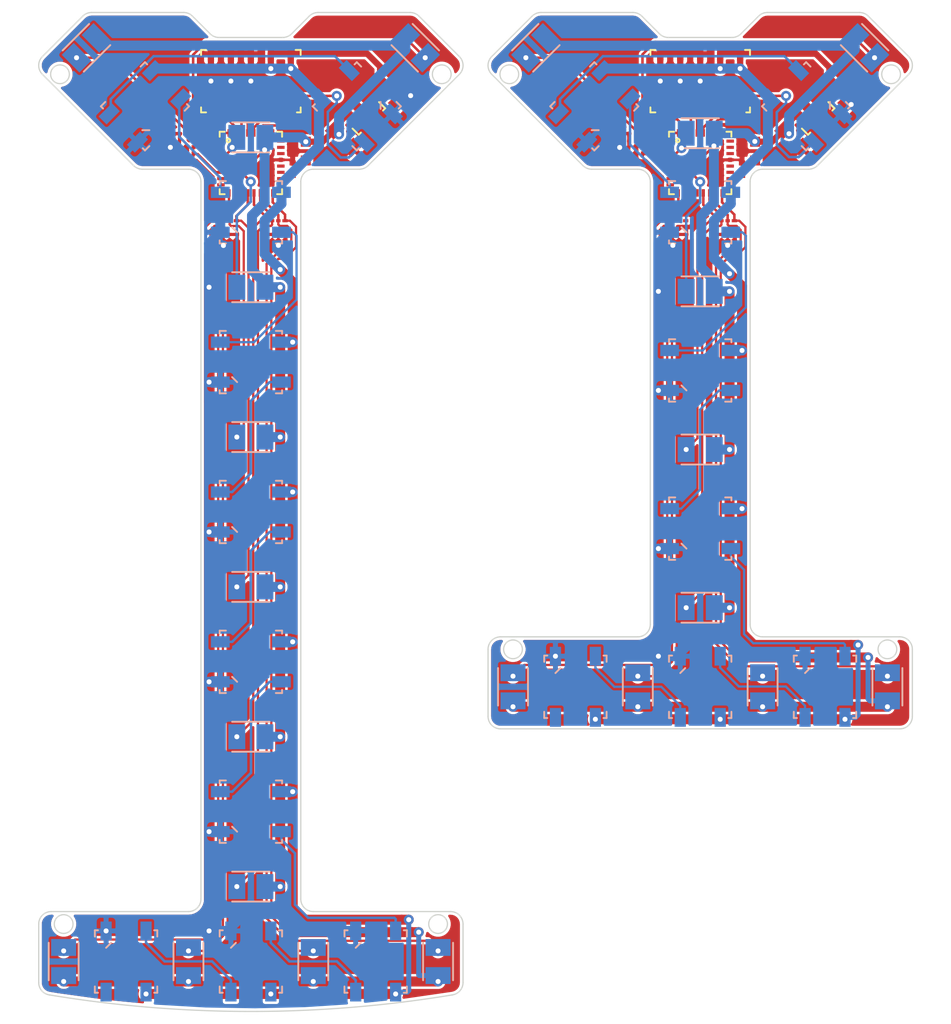
<source format=kicad_pcb>
(kicad_pcb (version 20171130) (host pcbnew "(5.1.5-rc2)")
  (layers (0 F.Cu signal) (31 B.Cu signal) (34 B.Paste user) (35 F.Paste user) (36 B.SilkS user) (37 F.SilkS user) (38 B.Mask user) (39 F.Mask user) (44 Edge.Cuts user))
  (net 0 "")
  (net 1 "Net-(C23-Pad2)")
  (net 2 "Net-(C26-Pad2)")
  (net 3 "Net-(D1-Pad2)")
  (net 4 "Net-(D1-Pad4)")
  (net 5 "Net-(D2-Pad2)")
  (net 6 "Net-(D3-Pad2)")
  (net 7 "Net-(D4-Pad2)")
  (net 8 "Net-(D5-Pad2)")
  (net 9 "Net-(D6-Pad2)")
  (net 10 "Net-(D7-Pad2)")
  (net 11 "Net-(D8-Pad2)")
  (net 12 "Net-(D10-Pad4)")
  (net 13 "Net-(D11-Pad2)")
  (net 14 "Net-(D11-Pad4)")
  (net 15 "Net-(D12-Pad2)")
  (net 16 "Net-(D13-Pad2)")
  (net 17 "Net-(D14-Pad2)")
  (net 18 "Net-(D15-Pad2)")
  (net 19 "Net-(D16-Pad2)")
  (net 20 "Net-(D17-Pad2)")
  (net 21 "Net-(J9-Pad9)")
  (net 22 "Net-(J9-Pad7)")
  (net 23 "Net-(J9-Pad5)")
  (net 24 "Net-(J9-Pad3)")
  (net 25 "Net-(J9-Pad1)")
  (net 26 "Net-(J10-Pad9)")
  (net 27 "Net-(J10-Pad7)")
  (net 28 "Net-(J10-Pad5)")
  (net 29 "Net-(J10-Pad3)")
  (net 30 "Net-(J10-Pad1)")
  (net 31 L1-S1)
  (net 32 L1-S2)
  (net 33 L1-S3)
  (net 34 L1-S4)
  (net 35 L1-S5)
  (net 36 L1-S6)
  (net 37 L1-S7)
  (net 38 L1-S8)
  (net 39 L1-S9)
  (net 40 L1-S10)
  (net 41 L1-S11)
  (net 42 L1-S12)
  (net 43 L2-S1)
  (net 44 L2-S2)
  (net 45 L2-S3)
  (net 46 L2-S4)
  (net 47 L2-S5)
  (net 48 L2-S6)
  (net 49 L2-S7)
  (net 50 L2-S8)
  (net 51 L2-S9)
  (net 52 L2-S10)
  (net 53 /GND1)
  (net 54 /+5V1)
  (net 55 /+3.3V1)
  (net 56 /GND2)
  (net 57 /+5V2)
  (net 58 /+3.3V2)
  (module module:2012 (layer F.Cu) (at 60.42698 10.092231 315)
    (fp_text reference C25 hide)
    (fp_text value 1u)
    (pad 2 smd rect (at 1 0 315) (size 1 1.25) (layers F.Cu F.Paste F.Mask) (net 56 /GND2))
    (pad 1 smd rect (at -1 0 315) (size 1 1.25) (layers F.Cu F.Paste F.Mask) (net 58 /+3.3V2))
  )
  (module module:2012 (layer F.Cu) (at 64.06858 6.450631 315)
    (fp_text reference C24 hide)
    (fp_text value 1u)
    (pad 2 smd rect (at 1 0 315) (size 1 1.25) (layers F.Cu F.Paste F.Mask) (net 56 /GND2))
    (pad 1 smd rect (at -1 0 315) (size 1 1.25) (layers F.Cu F.Paste F.Mask) (net 57 /+5V2))
  )
  (module module:2012 (layer F.Cu) (at 24.423122 10.0922 315)
    (fp_text reference C22 hide)
    (fp_text value 1u)
    (pad 2 smd rect (at 1 0 315) (size 1 1.25) (layers F.Cu F.Paste F.Mask) (net 53 /GND1))
    (pad 1 smd rect (at -1 0 315) (size 1 1.25) (layers F.Cu F.Paste F.Mask) (net 55 /+3.3V1))
  )
  (module module:2012 (layer F.Cu) (at 28.064722 6.4506 315)
    (fp_text reference C20 hide)
    (fp_text value 1u)
    (pad 2 smd rect (at 1 0 315) (size 1 1.25) (layers F.Cu F.Paste F.Mask) (net 53 /GND1))
    (pad 1 smd rect (at -1 0 315) (size 1 1.25) (layers F.Cu F.Paste F.Mask) (net 54 /+5V1))
  )
  (module module:WS2812B (layer B.Cu) (at 17.001922 76 90)
    (fp_text reference D9 hide)
    (fp_text value WS2812B)
    (pad 2 smd rect (at -2.45 -1.6 90) (size 1.5 0.9) (layers B.Cu B.Paste B.Mask) (net 12 "Net-(D10-Pad4)"))
    (pad 1 smd rect (at -2.45 1.6 90) (size 1.5 0.9) (layers B.Cu B.Paste B.Mask) (net 54 /+5V1))
    (pad 4 smd rect (at 2.45 1.6 90) (size 1.5 0.9) (layers B.Cu B.Paste B.Mask) (net 11 "Net-(D8-Pad2)"))
    (pad 3 smd rect (at 2.45 -1.6 90) (size 1.5 0.9) (layers B.Cu B.Paste B.Mask) (net 53 /GND1))
  )
  (module module:4RES_ARRAY_SMALL (layer F.Cu) (at 51.05578 17.225231 180)
    (fp_text reference RN6 hide)
    (fp_text value 4.7K)
    (pad 8 smd rect (at -0.7875 -0.55 180) (size 0.425 0.25) (layers F.Cu F.Paste F.Mask) (net 56 /GND2))
    (pad 7 smd rect (at -0.25 -0.55 180) (size 0.35 0.25) (layers F.Cu F.Paste F.Mask) (net 56 /GND2))
    (pad 6 smd rect (at 0.25 -0.55 180) (size 0.35 0.25) (layers F.Cu F.Paste F.Mask) (net 56 /GND2))
    (pad 5 smd rect (at 0.7875 -0.55 180) (size 0.425 0.25) (layers F.Cu F.Paste F.Mask) (net 56 /GND2))
    (pad 4 smd rect (at 0.7875 0.55 180) (size 0.425 0.25) (layers F.Cu F.Paste F.Mask) (net 49 L2-S7))
    (pad 3 smd rect (at 0.25 0.55 180) (size 0.35 0.25) (layers F.Cu F.Paste F.Mask) (net 50 L2-S8))
    (pad 2 smd rect (at -0.25 0.55 180) (size 0.35 0.25) (layers F.Cu F.Paste F.Mask))
    (pad 1 smd rect (at -0.7875 0.55 180) (size 0.425 0.25) (layers F.Cu F.Paste F.Mask))
  )
  (module module:4RES_ARRAY_SMALL (layer F.Cu) (at 54.95578 17.225231 180)
    (fp_text reference RN5 hide)
    (fp_text value 4.7K)
    (pad 8 smd rect (at -0.7875 -0.55 180) (size 0.425 0.25) (layers F.Cu F.Paste F.Mask) (net 56 /GND2))
    (pad 7 smd rect (at -0.25 -0.55 180) (size 0.35 0.25) (layers F.Cu F.Paste F.Mask) (net 56 /GND2))
    (pad 6 smd rect (at 0.25 -0.55 180) (size 0.35 0.25) (layers F.Cu F.Paste F.Mask) (net 56 /GND2))
    (pad 5 smd rect (at 0.7875 -0.55 180) (size 0.425 0.25) (layers F.Cu F.Paste F.Mask) (net 56 /GND2))
    (pad 4 smd rect (at 0.7875 0.55 180) (size 0.425 0.25) (layers F.Cu F.Paste F.Mask) (net 47 L2-S5))
    (pad 3 smd rect (at 0.25 0.55 180) (size 0.35 0.25) (layers F.Cu F.Paste F.Mask) (net 48 L2-S6))
    (pad 2 smd rect (at -0.25 0.55 180) (size 0.35 0.25) (layers F.Cu F.Paste F.Mask) (net 51 L2-S9))
    (pad 1 smd rect (at -0.7875 0.55 180) (size 0.425 0.25) (layers F.Cu F.Paste F.Mask) (net 52 L2-S10))
  )
  (module module:4RES_ARRAY_SMALL (layer F.Cu) (at 47.83078 10.550231 270)
    (fp_text reference RN4 hide)
    (fp_text value 4.7K)
    (pad 8 smd rect (at -0.7875 -0.55 270) (size 0.425 0.25) (layers F.Cu F.Paste F.Mask) (net 43 L2-S1))
    (pad 7 smd rect (at -0.25 -0.55 270) (size 0.35 0.25) (layers F.Cu F.Paste F.Mask) (net 44 L2-S2))
    (pad 6 smd rect (at 0.25 -0.55 270) (size 0.35 0.25) (layers F.Cu F.Paste F.Mask) (net 45 L2-S3))
    (pad 5 smd rect (at 0.7875 -0.55 270) (size 0.425 0.25) (layers F.Cu F.Paste F.Mask) (net 46 L2-S4))
    (pad 4 smd rect (at 0.7875 0.55 270) (size 0.425 0.25) (layers F.Cu F.Paste F.Mask) (net 56 /GND2))
    (pad 3 smd rect (at 0.25 0.55 270) (size 0.35 0.25) (layers F.Cu F.Paste F.Mask) (net 56 /GND2))
    (pad 2 smd rect (at -0.25 0.55 270) (size 0.35 0.25) (layers F.Cu F.Paste F.Mask) (net 56 /GND2))
    (pad 1 smd rect (at -0.7875 0.55 270) (size 0.425 0.25) (layers F.Cu F.Paste F.Mask) (net 56 /GND2))
  )
  (module module:4RES_ARRAY_SMALL (layer F.Cu) (at 11.826922 10.5502 270)
    (fp_text reference RN3 hide)
    (fp_text value 4.7K)
    (pad 8 smd rect (at -0.7875 -0.55 270) (size 0.425 0.25) (layers F.Cu F.Paste F.Mask) (net 31 L1-S1))
    (pad 7 smd rect (at -0.25 -0.55 270) (size 0.35 0.25) (layers F.Cu F.Paste F.Mask) (net 32 L1-S2))
    (pad 6 smd rect (at 0.25 -0.55 270) (size 0.35 0.25) (layers F.Cu F.Paste F.Mask) (net 33 L1-S3))
    (pad 5 smd rect (at 0.7875 -0.55 270) (size 0.425 0.25) (layers F.Cu F.Paste F.Mask) (net 34 L1-S4))
    (pad 4 smd rect (at 0.7875 0.55 270) (size 0.425 0.25) (layers F.Cu F.Paste F.Mask) (net 53 /GND1))
    (pad 3 smd rect (at 0.25 0.55 270) (size 0.35 0.25) (layers F.Cu F.Paste F.Mask) (net 53 /GND1))
    (pad 2 smd rect (at -0.25 0.55 270) (size 0.35 0.25) (layers F.Cu F.Paste F.Mask) (net 53 /GND1))
    (pad 1 smd rect (at -0.7875 0.55 270) (size 0.425 0.25) (layers F.Cu F.Paste F.Mask) (net 53 /GND1))
  )
  (module module:4RES_ARRAY_SMALL (layer F.Cu) (at 18.951922 17.2252 180)
    (fp_text reference RN2 hide)
    (fp_text value 4.7K)
    (pad 8 smd rect (at -0.7875 -0.55 180) (size 0.425 0.25) (layers F.Cu F.Paste F.Mask) (net 53 /GND1))
    (pad 7 smd rect (at -0.25 -0.55 180) (size 0.35 0.25) (layers F.Cu F.Paste F.Mask) (net 53 /GND1))
    (pad 6 smd rect (at 0.25 -0.55 180) (size 0.35 0.25) (layers F.Cu F.Paste F.Mask) (net 53 /GND1))
    (pad 5 smd rect (at 0.7875 -0.55 180) (size 0.425 0.25) (layers F.Cu F.Paste F.Mask) (net 53 /GND1))
    (pad 4 smd rect (at 0.7875 0.55 180) (size 0.425 0.25) (layers F.Cu F.Paste F.Mask) (net 37 L1-S7))
    (pad 3 smd rect (at 0.25 0.55 180) (size 0.35 0.25) (layers F.Cu F.Paste F.Mask) (net 38 L1-S8))
    (pad 2 smd rect (at -0.25 0.55 180) (size 0.35 0.25) (layers F.Cu F.Paste F.Mask) (net 41 L1-S11))
    (pad 1 smd rect (at -0.7875 0.55 180) (size 0.425 0.25) (layers F.Cu F.Paste F.Mask) (net 42 L1-S12))
  )
  (module module:4RES_ARRAY_SMALL (layer F.Cu) (at 15.051922 17.2252 180)
    (fp_text reference RN1 hide)
    (fp_text value 4.7K)
    (pad 8 smd rect (at -0.7875 -0.55 180) (size 0.425 0.25) (layers F.Cu F.Paste F.Mask) (net 53 /GND1))
    (pad 7 smd rect (at -0.25 -0.55 180) (size 0.35 0.25) (layers F.Cu F.Paste F.Mask) (net 53 /GND1))
    (pad 6 smd rect (at 0.25 -0.55 180) (size 0.35 0.25) (layers F.Cu F.Paste F.Mask) (net 53 /GND1))
    (pad 5 smd rect (at 0.7875 -0.55 180) (size 0.425 0.25) (layers F.Cu F.Paste F.Mask) (net 53 /GND1))
    (pad 4 smd rect (at 0.7875 0.55 180) (size 0.425 0.25) (layers F.Cu F.Paste F.Mask) (net 39 L1-S9))
    (pad 3 smd rect (at 0.25 0.55 180) (size 0.35 0.25) (layers F.Cu F.Paste F.Mask) (net 40 L1-S10))
    (pad 2 smd rect (at -0.25 0.55 180) (size 0.35 0.25) (layers F.Cu F.Paste F.Mask) (net 35 L1-S5))
    (pad 1 smd rect (at -0.7875 0.55 180) (size 0.425 0.25) (layers F.Cu F.Paste F.Mask) (net 36 L1-S6))
  )
  (module module:CONN_SPRING_02x05 (layer F.Cu) (at 53.00578 5.500031)
    (fp_text reference J10 hide)
    (fp_text value Conn_02x05_Odd_Even)
    (pad 10 smd rect (at 3.2 -2.2) (size 0.5 1.1) (layers F.Cu F.Paste F.Mask) (net 57 /+5V2))
    (pad 9 smd rect (at 3.2 2.2) (size 0.5 1.1) (layers F.Cu F.Paste F.Mask) (net 26 "Net-(J10-Pad9)"))
    (pad 8 smd rect (at 1.6 -2.2) (size 0.5 1.1) (layers F.Cu F.Paste F.Mask) (net 57 /+5V2))
    (pad 7 smd rect (at 1.6 2.2) (size 0.5 1.1) (layers F.Cu F.Paste F.Mask) (net 27 "Net-(J10-Pad7)"))
    (pad 6 smd rect (at 0 -2.2) (size 0.5 1.1) (layers F.Cu F.Paste F.Mask) (net 56 /GND2))
    (pad 5 smd rect (at 0 2.2) (size 0.5 1.1) (layers F.Cu F.Paste F.Mask) (net 28 "Net-(J10-Pad5)"))
    (pad 4 smd rect (at -1.6 -2.2) (size 0.5 1.1) (layers F.Cu F.Paste F.Mask) (net 56 /GND2))
    (pad 3 smd rect (at -1.6 2.2) (size 0.5 1.1) (layers F.Cu F.Paste F.Mask) (net 29 "Net-(J10-Pad3)"))
    (pad 2 smd rect (at -3.2 -2.2) (size 0.5 1.1) (layers F.Cu F.Paste F.Mask) (net 56 /GND2))
    (pad 1 smd rect (at -3.2 2.2) (size 0.5 1.1) (layers F.Cu F.Paste F.Mask) (net 30 "Net-(J10-Pad1)"))
  )
  (module module:CONN_SPRING_02x05 (layer F.Cu) (at 17.001922 5.5)
    (fp_text reference J9 hide)
    (fp_text value Conn_02x05_Odd_Even)
    (pad 10 smd rect (at 3.2 -2.2) (size 0.5 1.1) (layers F.Cu F.Paste F.Mask) (net 54 /+5V1))
    (pad 9 smd rect (at 3.2 2.2) (size 0.5 1.1) (layers F.Cu F.Paste F.Mask) (net 21 "Net-(J9-Pad9)"))
    (pad 8 smd rect (at 1.6 -2.2) (size 0.5 1.1) (layers F.Cu F.Paste F.Mask) (net 54 /+5V1))
    (pad 7 smd rect (at 1.6 2.2) (size 0.5 1.1) (layers F.Cu F.Paste F.Mask) (net 22 "Net-(J9-Pad7)"))
    (pad 6 smd rect (at 0 -2.2) (size 0.5 1.1) (layers F.Cu F.Paste F.Mask) (net 53 /GND1))
    (pad 5 smd rect (at 0 2.2) (size 0.5 1.1) (layers F.Cu F.Paste F.Mask) (net 23 "Net-(J9-Pad5)"))
    (pad 4 smd rect (at -1.6 -2.2) (size 0.5 1.1) (layers F.Cu F.Paste F.Mask) (net 53 /GND1))
    (pad 3 smd rect (at -1.6 2.2) (size 0.5 1.1) (layers F.Cu F.Paste F.Mask) (net 24 "Net-(J9-Pad3)"))
    (pad 2 smd rect (at -3.2 -2.2) (size 0.5 1.1) (layers F.Cu F.Paste F.Mask) (net 53 /GND1))
    (pad 1 smd rect (at -3.2 2.2) (size 0.5 1.1) (layers F.Cu F.Paste F.Mask) (net 25 "Net-(J9-Pad1)"))
  )
  (module module:VQFN-32-5x5mm_P0.5mm (layer F.Cu) (at 17.001922 12.0502)
    (fp_text reference U10 hide)
    (fp_text value ATtiny-828)
    (pad 32 smd rect (at -1.75 -2.4) (size 0.25 0.6) (layers F.Cu F.Paste F.Mask) (net 4 "Net-(D1-Pad4)"))
    (pad 31 smd rect (at -1.25 -2.4) (size 0.25 0.6) (layers F.Cu F.Paste F.Mask) (net 25 "Net-(J9-Pad1)"))
    (pad 30 smd rect (at -0.75 -2.4) (size 0.25 0.6) (layers F.Cu F.Paste F.Mask) (net 24 "Net-(J9-Pad3)"))
    (pad 29 smd rect (at -0.25 -2.4) (size 0.25 0.6) (layers F.Cu F.Paste F.Mask) (net 23 "Net-(J9-Pad5)"))
    (pad 28 smd rect (at 0.25 -2.4) (size 0.25 0.6) (layers F.Cu F.Paste F.Mask) (net 22 "Net-(J9-Pad7)"))
    (pad 27 smd rect (at 0.75 -2.4) (size 0.25 0.6) (layers F.Cu F.Paste F.Mask) (net 21 "Net-(J9-Pad9)"))
    (pad 26 smd rect (at 1.25 -2.4) (size 0.25 0.6) (layers F.Cu F.Paste F.Mask))
    (pad 25 smd rect (at 1.75 -2.4) (size 0.25 0.6) (layers F.Cu F.Paste F.Mask))
    (pad 24 smd rect (at 2.4 -1.75 90) (size 0.25 0.6) (layers F.Cu F.Paste F.Mask))
    (pad 23 smd rect (at 2.4 -1.25 90) (size 0.25 0.6) (layers F.Cu F.Paste F.Mask))
    (pad 22 smd rect (at 2.4 -0.75 90) (size 0.25 0.6) (layers F.Cu F.Paste F.Mask))
    (pad 21 smd rect (at 2.4 -0.25 90) (size 0.25 0.6) (layers F.Cu F.Paste F.Mask) (net 53 /GND1))
    (pad 20 smd rect (at 2.4 0.25 90) (size 0.25 0.6) (layers F.Cu F.Paste F.Mask))
    (pad 19 smd rect (at 2.4 0.75 90) (size 0.25 0.6) (layers F.Cu F.Paste F.Mask))
    (pad 18 smd rect (at 2.4 1.25 90) (size 0.25 0.6) (layers F.Cu F.Paste F.Mask) (net 1 "Net-(C23-Pad2)"))
    (pad 17 smd rect (at 2.4 1.75 90) (size 0.25 0.6) (layers F.Cu F.Paste F.Mask))
    (pad 16 smd rect (at 1.75 2.4) (size 0.25 0.6) (layers F.Cu F.Paste F.Mask) (net 42 L1-S12))
    (pad 15 smd rect (at 1.25 2.4) (size 0.25 0.6) (layers F.Cu F.Paste F.Mask) (net 41 L1-S11))
    (pad 14 smd rect (at 0.75 2.4) (size 0.25 0.6) (layers F.Cu F.Paste F.Mask) (net 38 L1-S8))
    (pad 13 smd rect (at 0.25 2.4) (size 0.25 0.6) (layers F.Cu F.Paste F.Mask) (net 37 L1-S7))
    (pad 12 smd rect (at -0.25 2.4) (size 0.25 0.6) (layers F.Cu F.Paste F.Mask) (net 36 L1-S6))
    (pad 11 smd rect (at -0.75 2.4) (size 0.25 0.6) (layers F.Cu F.Paste F.Mask) (net 35 L1-S5))
    (pad 10 smd rect (at -1.25 2.4) (size 0.25 0.6) (layers F.Cu F.Paste F.Mask) (net 40 L1-S10))
    (pad 9 smd rect (at -1.75 2.4) (size 0.25 0.6) (layers F.Cu F.Paste F.Mask) (net 39 L1-S9))
    (pad 8 smd rect (at -2.4 1.75 90) (size 0.25 0.6) (layers F.Cu F.Paste F.Mask))
    (pad 7 smd rect (at -2.4 1.25 90) (size 0.25 0.6) (layers F.Cu F.Paste F.Mask))
    (pad 6 smd rect (at -2.4 0.75 90) (size 0.25 0.6) (layers F.Cu F.Paste F.Mask) (net 34 L1-S4))
    (pad 5 smd rect (at -2.4 0.25 90) (size 0.25 0.6) (layers F.Cu F.Paste F.Mask) (net 53 /GND1))
    (pad 4 smd rect (at -2.4 -0.25 90) (size 0.25 0.6) (layers F.Cu F.Paste F.Mask) (net 55 /+3.3V1))
    (pad 3 smd rect (at -2.4 -0.75 90) (size 0.25 0.6) (layers F.Cu F.Paste F.Mask) (net 33 L1-S3))
    (pad 2 smd rect (at -2.4 -1.25 90) (size 0.25 0.6) (layers F.Cu F.Paste F.Mask) (net 32 L1-S2))
    (pad 1 smd rect (at -2.4 -1.75 90) (size 0.25 0.6) (layers F.Cu F.Paste F.Mask) (net 31 L1-S1))
  )
  (module module:Q_SOT-23 (layer F.Cu) (at 62.24778 8.271431 225)
    (fp_text reference U9 hide)
    (fp_text value AP7333)
    (pad 3 smd rect (at 0 -1.145 225) (size 0.76 0.76) (layers F.Cu F.Paste F.Mask) (net 56 /GND2))
    (pad 2 smd rect (at 0.95 1.145 225) (size 0.76 0.76) (layers F.Cu F.Paste F.Mask) (net 58 /+3.3V2))
    (pad 1 smd rect (at -0.95 1.145 225) (size 0.76 0.76) (layers F.Cu F.Paste F.Mask) (net 57 /+5V2))
  )
  (module module:Q_SOT-23 (layer F.Cu) (at 26.243922 8.2714 225)
    (fp_text reference U8 hide)
    (fp_text value AP7333)
    (pad 3 smd rect (at 0 -1.145 225) (size 0.76 0.76) (layers F.Cu F.Paste F.Mask) (net 53 /GND1))
    (pad 2 smd rect (at 0.95 1.145 225) (size 0.76 0.76) (layers F.Cu F.Paste F.Mask) (net 55 /+3.3V1))
    (pad 1 smd rect (at -0.95 1.145 225) (size 0.76 0.76) (layers F.Cu F.Paste F.Mask) (net 54 /+5V1))
  )
  (module module:VQFN-32-5x5mm_P0.5mm (layer F.Cu) (at 53.00578 12.050231)
    (fp_text reference U3 hide)
    (fp_text value ATtiny-828)
    (pad 32 smd rect (at -1.75 -2.4) (size 0.25 0.6) (layers F.Cu F.Paste F.Mask) (net 14 "Net-(D11-Pad4)"))
    (pad 31 smd rect (at -1.25 -2.4) (size 0.25 0.6) (layers F.Cu F.Paste F.Mask) (net 30 "Net-(J10-Pad1)"))
    (pad 30 smd rect (at -0.75 -2.4) (size 0.25 0.6) (layers F.Cu F.Paste F.Mask) (net 29 "Net-(J10-Pad3)"))
    (pad 29 smd rect (at -0.25 -2.4) (size 0.25 0.6) (layers F.Cu F.Paste F.Mask) (net 28 "Net-(J10-Pad5)"))
    (pad 28 smd rect (at 0.25 -2.4) (size 0.25 0.6) (layers F.Cu F.Paste F.Mask) (net 27 "Net-(J10-Pad7)"))
    (pad 27 smd rect (at 0.75 -2.4) (size 0.25 0.6) (layers F.Cu F.Paste F.Mask) (net 26 "Net-(J10-Pad9)"))
    (pad 26 smd rect (at 1.25 -2.4) (size 0.25 0.6) (layers F.Cu F.Paste F.Mask))
    (pad 25 smd rect (at 1.75 -2.4) (size 0.25 0.6) (layers F.Cu F.Paste F.Mask))
    (pad 24 smd rect (at 2.4 -1.75 90) (size 0.25 0.6) (layers F.Cu F.Paste F.Mask))
    (pad 23 smd rect (at 2.4 -1.25 90) (size 0.25 0.6) (layers F.Cu F.Paste F.Mask))
    (pad 22 smd rect (at 2.4 -0.75 90) (size 0.25 0.6) (layers F.Cu F.Paste F.Mask))
    (pad 21 smd rect (at 2.4 -0.25 90) (size 0.25 0.6) (layers F.Cu F.Paste F.Mask) (net 56 /GND2))
    (pad 20 smd rect (at 2.4 0.25 90) (size 0.25 0.6) (layers F.Cu F.Paste F.Mask))
    (pad 19 smd rect (at 2.4 0.75 90) (size 0.25 0.6) (layers F.Cu F.Paste F.Mask))
    (pad 18 smd rect (at 2.4 1.25 90) (size 0.25 0.6) (layers F.Cu F.Paste F.Mask) (net 2 "Net-(C26-Pad2)"))
    (pad 17 smd rect (at 2.4 1.75 90) (size 0.25 0.6) (layers F.Cu F.Paste F.Mask))
    (pad 16 smd rect (at 1.75 2.4) (size 0.25 0.6) (layers F.Cu F.Paste F.Mask) (net 52 L2-S10))
    (pad 15 smd rect (at 1.25 2.4) (size 0.25 0.6) (layers F.Cu F.Paste F.Mask) (net 51 L2-S9))
    (pad 14 smd rect (at 0.75 2.4) (size 0.25 0.6) (layers F.Cu F.Paste F.Mask) (net 48 L2-S6))
    (pad 13 smd rect (at 0.25 2.4) (size 0.25 0.6) (layers F.Cu F.Paste F.Mask) (net 47 L2-S5))
    (pad 12 smd rect (at -0.25 2.4) (size 0.25 0.6) (layers F.Cu F.Paste F.Mask))
    (pad 11 smd rect (at -0.75 2.4) (size 0.25 0.6) (layers F.Cu F.Paste F.Mask))
    (pad 10 smd rect (at -1.25 2.4) (size 0.25 0.6) (layers F.Cu F.Paste F.Mask) (net 50 L2-S8))
    (pad 9 smd rect (at -1.75 2.4) (size 0.25 0.6) (layers F.Cu F.Paste F.Mask) (net 49 L2-S7))
    (pad 8 smd rect (at -2.4 1.75 90) (size 0.25 0.6) (layers F.Cu F.Paste F.Mask))
    (pad 7 smd rect (at -2.4 1.25 90) (size 0.25 0.6) (layers F.Cu F.Paste F.Mask))
    (pad 6 smd rect (at -2.4 0.75 90) (size 0.25 0.6) (layers F.Cu F.Paste F.Mask) (net 46 L2-S4))
    (pad 5 smd rect (at -2.4 0.25 90) (size 0.25 0.6) (layers F.Cu F.Paste F.Mask) (net 56 /GND2))
    (pad 4 smd rect (at -2.4 -0.25 90) (size 0.25 0.6) (layers F.Cu F.Paste F.Mask) (net 58 /+3.3V2))
    (pad 3 smd rect (at -2.4 -0.75 90) (size 0.25 0.6) (layers F.Cu F.Paste F.Mask) (net 45 L2-S3))
    (pad 2 smd rect (at -2.4 -1.25 90) (size 0.25 0.6) (layers F.Cu F.Paste F.Mask) (net 44 L2-S2))
    (pad 1 smd rect (at -2.4 -1.75 90) (size 0.25 0.6) (layers F.Cu F.Paste F.Mask) (net 43 L2-S1))
  )
  (module module:PS1101W (layer B.Cu) (at 68.00578 53.999931 180)
    (fp_text reference Q22 hide)
    (fp_text value Q_Photo_NPN)
    (pad 1 smd rect (at 0 -1.125 180) (size 2 1.35) (layers B.Cu B.Paste B.Mask) (net 58 /+3.3V2))
    (pad 2 smd rect (at 0 1.125 180) (size 2 1.35) (layers B.Cu B.Paste B.Mask) (net 52 L2-S10))
  )
  (module module:PS1101W (layer B.Cu) (at 58.00578 53.999931 180)
    (fp_text reference Q21 hide)
    (fp_text value Q_Photo_NPN)
    (pad 1 smd rect (at 0 -1.125 180) (size 2 1.35) (layers B.Cu B.Paste B.Mask) (net 58 /+3.3V2))
    (pad 2 smd rect (at 0 1.125 180) (size 2 1.35) (layers B.Cu B.Paste B.Mask) (net 51 L2-S9))
  )
  (module module:PS1101W (layer B.Cu) (at 48.00578 53.999931 180)
    (fp_text reference Q20 hide)
    (fp_text value Q_Photo_NPN)
    (pad 1 smd rect (at 0 -1.125 180) (size 2 1.35) (layers B.Cu B.Paste B.Mask) (net 58 /+3.3V2))
    (pad 2 smd rect (at 0 1.125 180) (size 2 1.35) (layers B.Cu B.Paste B.Mask) (net 50 L2-S8))
  )
  (module module:PS1101W (layer B.Cu) (at 38.00578 53.999931 180)
    (fp_text reference Q19 hide)
    (fp_text value Q_Photo_NPN)
    (pad 1 smd rect (at 0 -1.125 180) (size 2 1.35) (layers B.Cu B.Paste B.Mask) (net 58 /+3.3V2))
    (pad 2 smd rect (at 0 1.125 180) (size 2 1.35) (layers B.Cu B.Paste B.Mask) (net 49 L2-S7))
  )
  (module module:PS1101W (layer B.Cu) (at 53.00578 47.666631 270)
    (fp_text reference Q18 hide)
    (fp_text value Q_Photo_NPN)
    (pad 1 smd rect (at 0 -1.125 270) (size 2 1.35) (layers B.Cu B.Paste B.Mask) (net 58 /+3.3V2))
    (pad 2 smd rect (at 0 1.125 270) (size 2 1.35) (layers B.Cu B.Paste B.Mask) (net 48 L2-S6))
  )
  (module module:PS1101W (layer B.Cu) (at 53.00578 34.999931 270)
    (fp_text reference Q17 hide)
    (fp_text value Q_Photo_NPN)
    (pad 1 smd rect (at 0 -1.125 270) (size 2 1.35) (layers B.Cu B.Paste B.Mask) (net 58 /+3.3V2))
    (pad 2 smd rect (at 0 1.125 270) (size 2 1.35) (layers B.Cu B.Paste B.Mask) (net 47 L2-S5))
  )
  (module module:PS1101W (layer B.Cu) (at 53.00578 22.333331 270)
    (fp_text reference Q16 hide)
    (fp_text value Q_Photo_NPN)
    (pad 1 smd rect (at 0 -1.125 270) (size 2 1.35) (layers B.Cu B.Paste B.Mask) (net 58 /+3.3V2))
    (pad 2 smd rect (at 0 1.125 270) (size 2 1.35) (layers B.Cu B.Paste B.Mask) (net 46 L2-S4))
  )
  (module module:PS1101W (layer B.Cu) (at 53.00578 9.666631 270)
    (fp_text reference Q15 hide)
    (fp_text value Q_Photo_NPN)
    (pad 1 smd rect (at 0 -1.125 270) (size 2 1.35) (layers B.Cu B.Paste B.Mask) (net 58 /+3.3V2))
    (pad 2 smd rect (at 0 1.125 270) (size 2 1.35) (layers B.Cu B.Paste B.Mask) (net 45 L2-S3))
  )
  (module module:PS1101W (layer B.Cu) (at 39.83228 2.826431 315)
    (fp_text reference Q14 hide)
    (fp_text value Q_Photo_NPN)
    (pad 1 smd rect (at 0 -1.125 315) (size 2 1.35) (layers B.Cu B.Paste B.Mask) (net 58 /+3.3V2))
    (pad 2 smd rect (at 0 1.125 315) (size 2 1.35) (layers B.Cu B.Paste B.Mask) (net 44 L2-S2))
  )
  (module module:PS1101W (layer B.Cu) (at 66.17928 2.826431 45)
    (fp_text reference Q13 hide)
    (fp_text value Q_Photo_NPN)
    (pad 1 smd rect (at 0 -1.125 45) (size 2 1.35) (layers B.Cu B.Paste B.Mask) (net 58 /+3.3V2))
    (pad 2 smd rect (at 0 1.125 45) (size 2 1.35) (layers B.Cu B.Paste B.Mask) (net 43 L2-S1))
  )
  (module module:PS1101W (layer B.Cu) (at 32.001922 76 180)
    (fp_text reference Q12 hide)
    (fp_text value Q_Photo_NPN)
    (pad 1 smd rect (at 0 -1.125 180) (size 2 1.35) (layers B.Cu B.Paste B.Mask) (net 55 /+3.3V1))
    (pad 2 smd rect (at 0 1.125 180) (size 2 1.35) (layers B.Cu B.Paste B.Mask) (net 42 L1-S12))
  )
  (module module:PS1101W (layer B.Cu) (at 22.001922 76 180)
    (fp_text reference Q11 hide)
    (fp_text value Q_Photo_NPN)
    (pad 1 smd rect (at 0 -1.125 180) (size 2 1.35) (layers B.Cu B.Paste B.Mask) (net 55 /+3.3V1))
    (pad 2 smd rect (at 0 1.125 180) (size 2 1.35) (layers B.Cu B.Paste B.Mask) (net 41 L1-S11))
  )
  (module module:PS1101W (layer B.Cu) (at 12.001922 76 180)
    (fp_text reference Q10 hide)
    (fp_text value Q_Photo_NPN)
    (pad 1 smd rect (at 0 -1.125 180) (size 2 1.35) (layers B.Cu B.Paste B.Mask) (net 55 /+3.3V1))
    (pad 2 smd rect (at 0 1.125 180) (size 2 1.35) (layers B.Cu B.Paste B.Mask) (net 40 L1-S10))
  )
  (module module:PS1101W (layer B.Cu) (at 2.001922 76 180)
    (fp_text reference Q9 hide)
    (fp_text value Q_Photo_NPN)
    (pad 1 smd rect (at 0 -1.125 180) (size 2 1.35) (layers B.Cu B.Paste B.Mask) (net 55 /+3.3V1))
    (pad 2 smd rect (at 0 1.125 180) (size 2 1.35) (layers B.Cu B.Paste B.Mask) (net 39 L1-S9))
  )
  (module module:PS1101W (layer B.Cu) (at 17.001922 70 270)
    (fp_text reference Q8 hide)
    (fp_text value Q_Photo_NPN)
    (pad 1 smd rect (at 0 -1.125 270) (size 2 1.35) (layers B.Cu B.Paste B.Mask) (net 55 /+3.3V1))
    (pad 2 smd rect (at 0 1.125 270) (size 2 1.35) (layers B.Cu B.Paste B.Mask) (net 38 L1-S8))
  )
  (module module:PS1101W (layer B.Cu) (at 17.001922 58 270)
    (fp_text reference Q7 hide)
    (fp_text value Q_Photo_NPN)
    (pad 1 smd rect (at 0 -1.125 270) (size 2 1.35) (layers B.Cu B.Paste B.Mask) (net 55 /+3.3V1))
    (pad 2 smd rect (at 0 1.125 270) (size 2 1.35) (layers B.Cu B.Paste B.Mask) (net 37 L1-S7))
  )
  (module module:PS1101W (layer B.Cu) (at 17.001922 46 270)
    (fp_text reference Q6 hide)
    (fp_text value Q_Photo_NPN)
    (pad 1 smd rect (at 0 -1.125 270) (size 2 1.35) (layers B.Cu B.Paste B.Mask) (net 55 /+3.3V1))
    (pad 2 smd rect (at 0 1.125 270) (size 2 1.35) (layers B.Cu B.Paste B.Mask) (net 36 L1-S6))
  )
  (module module:PS1101W (layer B.Cu) (at 17.001922 34 270)
    (fp_text reference Q5 hide)
    (fp_text value Q_Photo_NPN)
    (pad 1 smd rect (at 0 -1.125 270) (size 2 1.35) (layers B.Cu B.Paste B.Mask) (net 55 /+3.3V1))
    (pad 2 smd rect (at 0 1.125 270) (size 2 1.35) (layers B.Cu B.Paste B.Mask) (net 35 L1-S5))
  )
  (module module:PS1101W (layer B.Cu) (at 17.001922 22 270)
    (fp_text reference Q4 hide)
    (fp_text value Q_Photo_NPN)
    (pad 1 smd rect (at 0 -1.125 270) (size 2 1.35) (layers B.Cu B.Paste B.Mask) (net 55 /+3.3V1))
    (pad 2 smd rect (at 0 1.125 270) (size 2 1.35) (layers B.Cu B.Paste B.Mask) (net 34 L1-S4))
  )
  (module module:PS1101W (layer B.Cu) (at 17.001922 10 270)
    (fp_text reference Q3 hide)
    (fp_text value Q_Photo_NPN)
    (pad 1 smd rect (at 0 -1.125 270) (size 2 1.35) (layers B.Cu B.Paste B.Mask) (net 55 /+3.3V1))
    (pad 2 smd rect (at 0 1.125 270) (size 2 1.35) (layers B.Cu B.Paste B.Mask) (net 33 L1-S3))
  )
  (module module:PS1101W (layer B.Cu) (at 3.828422 2.8265 315)
    (fp_text reference Q2 hide)
    (fp_text value Q_Photo_NPN)
    (pad 1 smd rect (at 0 -1.125 315) (size 2 1.35) (layers B.Cu B.Paste B.Mask) (net 55 /+3.3V1))
    (pad 2 smd rect (at 0 1.125 315) (size 2 1.35) (layers B.Cu B.Paste B.Mask) (net 32 L1-S2))
  )
  (module module:PS1101W (layer B.Cu) (at 30.175422 2.8265 45)
    (fp_text reference Q1 hide)
    (fp_text value Q_Photo_NPN)
    (pad 1 smd rect (at 0 -1.125 45) (size 2 1.35) (layers B.Cu B.Paste B.Mask) (net 55 /+3.3V1))
    (pad 2 smd rect (at 0 1.125 45) (size 2 1.35) (layers B.Cu B.Paste B.Mask) (net 31 L1-S1))
  )
  (module module:1608 (layer F.Cu) (at 57.40578 11.100231 270)
    (fp_text reference L3 hide)
    (fp_text value Ferrite_Bead_Small)
    (pad 2 smd rect (at 0.75 0 270) (size 0.8 0.8) (layers F.Cu F.Paste F.Mask) (net 2 "Net-(C26-Pad2)"))
    (pad 1 smd rect (at -0.75 0 270) (size 0.8 0.8) (layers F.Cu F.Paste F.Mask) (net 58 /+3.3V2))
  )
  (module module:1608 (layer F.Cu) (at 21.401922 11.1002 270)
    (fp_text reference L2 hide)
    (fp_text value Ferrite_Bead_Small)
    (pad 2 smd rect (at 0.75 0 270) (size 0.8 0.8) (layers F.Cu F.Paste F.Mask) (net 1 "Net-(C23-Pad2)"))
    (pad 1 smd rect (at -0.75 0 270) (size 0.8 0.8) (layers F.Cu F.Paste F.Mask) (net 55 /+3.3V1))
  )
  (module module:WS2812B (layer B.Cu) (at 43.00578 53.999931 90)
    (fp_text reference D18 hide)
    (fp_text value WS2812B)
    (pad 2 smd rect (at -2.45 -1.6 90) (size 1.5 0.9) (layers B.Cu B.Paste B.Mask))
    (pad 1 smd rect (at -2.45 1.6 90) (size 1.5 0.9) (layers B.Cu B.Paste B.Mask) (net 57 /+5V2))
    (pad 4 smd rect (at 2.45 1.6 90) (size 1.5 0.9) (layers B.Cu B.Paste B.Mask) (net 20 "Net-(D17-Pad2)"))
    (pad 3 smd rect (at 2.45 -1.6 90) (size 1.5 0.9) (layers B.Cu B.Paste B.Mask) (net 56 /GND2))
  )
  (module module:WS2812B (layer B.Cu) (at 53.00578 53.999931 90)
    (fp_text reference D17 hide)
    (fp_text value WS2812B)
    (pad 2 smd rect (at -2.45 -1.6 90) (size 1.5 0.9) (layers B.Cu B.Paste B.Mask) (net 20 "Net-(D17-Pad2)"))
    (pad 1 smd rect (at -2.45 1.6 90) (size 1.5 0.9) (layers B.Cu B.Paste B.Mask) (net 57 /+5V2))
    (pad 4 smd rect (at 2.45 1.6 90) (size 1.5 0.9) (layers B.Cu B.Paste B.Mask) (net 19 "Net-(D16-Pad2)"))
    (pad 3 smd rect (at 2.45 -1.6 90) (size 1.5 0.9) (layers B.Cu B.Paste B.Mask) (net 56 /GND2))
  )
  (module module:WS2812B (layer B.Cu) (at 63.00578 53.999931 90)
    (fp_text reference D16 hide)
    (fp_text value WS2812B)
    (pad 2 smd rect (at -2.45 -1.6 90) (size 1.5 0.9) (layers B.Cu B.Paste B.Mask) (net 19 "Net-(D16-Pad2)"))
    (pad 1 smd rect (at -2.45 1.6 90) (size 1.5 0.9) (layers B.Cu B.Paste B.Mask) (net 57 /+5V2))
    (pad 4 smd rect (at 2.45 1.6 90) (size 1.5 0.9) (layers B.Cu B.Paste B.Mask) (net 18 "Net-(D15-Pad2)"))
    (pad 3 smd rect (at 2.45 -1.6 90) (size 1.5 0.9) (layers B.Cu B.Paste B.Mask) (net 56 /GND2))
  )
  (module module:WS2812B (layer B.Cu) (at 53.00578 41.333331 180)
    (fp_text reference D15 hide)
    (fp_text value WS2812B)
    (pad 2 smd rect (at -2.45 -1.6 180) (size 1.5 0.9) (layers B.Cu B.Paste B.Mask) (net 18 "Net-(D15-Pad2)"))
    (pad 1 smd rect (at -2.45 1.6 180) (size 1.5 0.9) (layers B.Cu B.Paste B.Mask) (net 57 /+5V2))
    (pad 4 smd rect (at 2.45 1.6 180) (size 1.5 0.9) (layers B.Cu B.Paste B.Mask) (net 17 "Net-(D14-Pad2)"))
    (pad 3 smd rect (at 2.45 -1.6 180) (size 1.5 0.9) (layers B.Cu B.Paste B.Mask) (net 56 /GND2))
  )
  (module module:WS2812B (layer B.Cu) (at 53.00578 28.666631 180)
    (fp_text reference D14 hide)
    (fp_text value WS2812B)
    (pad 2 smd rect (at -2.45 -1.6 180) (size 1.5 0.9) (layers B.Cu B.Paste B.Mask) (net 17 "Net-(D14-Pad2)"))
    (pad 1 smd rect (at -2.45 1.6 180) (size 1.5 0.9) (layers B.Cu B.Paste B.Mask) (net 57 /+5V2))
    (pad 4 smd rect (at 2.45 1.6 180) (size 1.5 0.9) (layers B.Cu B.Paste B.Mask) (net 16 "Net-(D13-Pad2)"))
    (pad 3 smd rect (at 2.45 -1.6 180) (size 1.5 0.9) (layers B.Cu B.Paste B.Mask) (net 56 /GND2))
  )
  (module module:WS2812B (layer B.Cu) (at 53.00578 15.999931 180)
    (fp_text reference D13 hide)
    (fp_text value WS2812B)
    (pad 2 smd rect (at -2.45 -1.6 180) (size 1.5 0.9) (layers B.Cu B.Paste B.Mask) (net 16 "Net-(D13-Pad2)"))
    (pad 1 smd rect (at -2.45 1.6 180) (size 1.5 0.9) (layers B.Cu B.Paste B.Mask) (net 57 /+5V2))
    (pad 4 smd rect (at 2.45 1.6 180) (size 1.5 0.9) (layers B.Cu B.Paste B.Mask) (net 15 "Net-(D12-Pad2)"))
    (pad 3 smd rect (at 2.45 -1.6 180) (size 1.5 0.9) (layers B.Cu B.Paste B.Mask) (net 56 /GND2))
  )
  (module module:WS2812B (layer B.Cu) (at 44.52048 7.514631 225)
    (fp_text reference D12 hide)
    (fp_text value WS2812B)
    (pad 2 smd rect (at -2.45 -1.6 225) (size 1.5 0.9) (layers B.Cu B.Paste B.Mask) (net 15 "Net-(D12-Pad2)"))
    (pad 1 smd rect (at -2.45 1.6 225) (size 1.5 0.9) (layers B.Cu B.Paste B.Mask) (net 57 /+5V2))
    (pad 4 smd rect (at 2.45 1.6 225) (size 1.5 0.9) (layers B.Cu B.Paste B.Mask) (net 13 "Net-(D11-Pad2)"))
    (pad 3 smd rect (at 2.45 -1.6 225) (size 1.5 0.9) (layers B.Cu B.Paste B.Mask) (net 56 /GND2))
  )
  (module module:WS2812B (layer B.Cu) (at 61.49108 7.514631 315)
    (fp_text reference D11 hide)
    (fp_text value WS2812B)
    (pad 2 smd rect (at -2.45 -1.6 315) (size 1.5 0.9) (layers B.Cu B.Paste B.Mask) (net 13 "Net-(D11-Pad2)"))
    (pad 1 smd rect (at -2.45 1.6 315) (size 1.5 0.9) (layers B.Cu B.Paste B.Mask) (net 57 /+5V2))
    (pad 4 smd rect (at 2.45 1.6 315) (size 1.5 0.9) (layers B.Cu B.Paste B.Mask) (net 14 "Net-(D11-Pad4)"))
    (pad 3 smd rect (at 2.45 -1.6 315) (size 1.5 0.9) (layers B.Cu B.Paste B.Mask) (net 56 /GND2))
  )
  (module module:WS2812B (layer B.Cu) (at 7.001922 76 90)
    (fp_text reference D10 hide)
    (fp_text value WS2812B)
    (pad 2 smd rect (at -2.45 -1.6 90) (size 1.5 0.9) (layers B.Cu B.Paste B.Mask))
    (pad 1 smd rect (at -2.45 1.6 90) (size 1.5 0.9) (layers B.Cu B.Paste B.Mask) (net 54 /+5V1))
    (pad 4 smd rect (at 2.45 1.6 90) (size 1.5 0.9) (layers B.Cu B.Paste B.Mask) (net 12 "Net-(D10-Pad4)"))
    (pad 3 smd rect (at 2.45 -1.6 90) (size 1.5 0.9) (layers B.Cu B.Paste B.Mask) (net 53 /GND1))
  )
  (module module:WS2812B (layer B.Cu) (at 27.001922 76 90)
    (fp_text reference D8 hide)
    (fp_text value WS2812B)
    (pad 2 smd rect (at -2.45 -1.6 90) (size 1.5 0.9) (layers B.Cu B.Paste B.Mask) (net 11 "Net-(D8-Pad2)"))
    (pad 1 smd rect (at -2.45 1.6 90) (size 1.5 0.9) (layers B.Cu B.Paste B.Mask) (net 54 /+5V1))
    (pad 4 smd rect (at 2.45 1.6 90) (size 1.5 0.9) (layers B.Cu B.Paste B.Mask) (net 10 "Net-(D7-Pad2)"))
    (pad 3 smd rect (at 2.45 -1.6 90) (size 1.5 0.9) (layers B.Cu B.Paste B.Mask) (net 53 /GND1))
  )
  (module module:WS2812B (layer B.Cu) (at 17.001922 64 180)
    (fp_text reference D7 hide)
    (fp_text value WS2812B)
    (pad 2 smd rect (at -2.45 -1.6 180) (size 1.5 0.9) (layers B.Cu B.Paste B.Mask) (net 10 "Net-(D7-Pad2)"))
    (pad 1 smd rect (at -2.45 1.6 180) (size 1.5 0.9) (layers B.Cu B.Paste B.Mask) (net 54 /+5V1))
    (pad 4 smd rect (at 2.45 1.6 180) (size 1.5 0.9) (layers B.Cu B.Paste B.Mask) (net 9 "Net-(D6-Pad2)"))
    (pad 3 smd rect (at 2.45 -1.6 180) (size 1.5 0.9) (layers B.Cu B.Paste B.Mask) (net 53 /GND1))
  )
  (module module:WS2812B (layer B.Cu) (at 17.001922 52 180)
    (fp_text reference D6 hide)
    (fp_text value WS2812B)
    (pad 2 smd rect (at -2.45 -1.6 180) (size 1.5 0.9) (layers B.Cu B.Paste B.Mask) (net 9 "Net-(D6-Pad2)"))
    (pad 1 smd rect (at -2.45 1.6 180) (size 1.5 0.9) (layers B.Cu B.Paste B.Mask) (net 54 /+5V1))
    (pad 4 smd rect (at 2.45 1.6 180) (size 1.5 0.9) (layers B.Cu B.Paste B.Mask) (net 8 "Net-(D5-Pad2)"))
    (pad 3 smd rect (at 2.45 -1.6 180) (size 1.5 0.9) (layers B.Cu B.Paste B.Mask) (net 53 /GND1))
  )
  (module module:WS2812B (layer B.Cu) (at 17.001922 40 180)
    (fp_text reference D5 hide)
    (fp_text value WS2812B)
    (pad 2 smd rect (at -2.45 -1.6 180) (size 1.5 0.9) (layers B.Cu B.Paste B.Mask) (net 8 "Net-(D5-Pad2)"))
    (pad 1 smd rect (at -2.45 1.6 180) (size 1.5 0.9) (layers B.Cu B.Paste B.Mask) (net 54 /+5V1))
    (pad 4 smd rect (at 2.45 1.6 180) (size 1.5 0.9) (layers B.Cu B.Paste B.Mask) (net 7 "Net-(D4-Pad2)"))
    (pad 3 smd rect (at 2.45 -1.6 180) (size 1.5 0.9) (layers B.Cu B.Paste B.Mask) (net 53 /GND1))
  )
  (module module:WS2812B (layer B.Cu) (at 17.001922 28 180)
    (fp_text reference D4 hide)
    (fp_text value WS2812B)
    (pad 2 smd rect (at -2.45 -1.6 180) (size 1.5 0.9) (layers B.Cu B.Paste B.Mask) (net 7 "Net-(D4-Pad2)"))
    (pad 1 smd rect (at -2.45 1.6 180) (size 1.5 0.9) (layers B.Cu B.Paste B.Mask) (net 54 /+5V1))
    (pad 4 smd rect (at 2.45 1.6 180) (size 1.5 0.9) (layers B.Cu B.Paste B.Mask) (net 6 "Net-(D3-Pad2)"))
    (pad 3 smd rect (at 2.45 -1.6 180) (size 1.5 0.9) (layers B.Cu B.Paste B.Mask) (net 53 /GND1))
  )
  (module module:WS2812B (layer B.Cu) (at 17.001922 16 180)
    (fp_text reference D3 hide)
    (fp_text value WS2812B)
    (pad 2 smd rect (at -2.45 -1.6 180) (size 1.5 0.9) (layers B.Cu B.Paste B.Mask) (net 6 "Net-(D3-Pad2)"))
    (pad 1 smd rect (at -2.45 1.6 180) (size 1.5 0.9) (layers B.Cu B.Paste B.Mask) (net 54 /+5V1))
    (pad 4 smd rect (at 2.45 1.6 180) (size 1.5 0.9) (layers B.Cu B.Paste B.Mask) (net 5 "Net-(D2-Pad2)"))
    (pad 3 smd rect (at 2.45 -1.6 180) (size 1.5 0.9) (layers B.Cu B.Paste B.Mask) (net 53 /GND1))
  )
  (module module:WS2812B (layer B.Cu) (at 8.516622 7.5147 225)
    (fp_text reference D2 hide)
    (fp_text value WS2812B)
    (pad 2 smd rect (at -2.45 -1.6 225) (size 1.5 0.9) (layers B.Cu B.Paste B.Mask) (net 5 "Net-(D2-Pad2)"))
    (pad 1 smd rect (at -2.45 1.6 225) (size 1.5 0.9) (layers B.Cu B.Paste B.Mask) (net 54 /+5V1))
    (pad 4 smd rect (at 2.45 1.6 225) (size 1.5 0.9) (layers B.Cu B.Paste B.Mask) (net 3 "Net-(D1-Pad2)"))
    (pad 3 smd rect (at 2.45 -1.6 225) (size 1.5 0.9) (layers B.Cu B.Paste B.Mask) (net 53 /GND1))
  )
  (module module:WS2812B (layer B.Cu) (at 25.487222 7.5147 315)
    (fp_text reference D1 hide)
    (fp_text value WS2812B)
    (pad 2 smd rect (at -2.45 -1.6 315) (size 1.5 0.9) (layers B.Cu B.Paste B.Mask) (net 3 "Net-(D1-Pad2)"))
    (pad 1 smd rect (at -2.45 1.6 315) (size 1.5 0.9) (layers B.Cu B.Paste B.Mask) (net 54 /+5V1))
    (pad 4 smd rect (at 2.45 1.6 315) (size 1.5 0.9) (layers B.Cu B.Paste B.Mask) (net 4 "Net-(D1-Pad4)"))
    (pad 3 smd rect (at 2.45 -1.6 315) (size 1.5 0.9) (layers B.Cu B.Paste B.Mask) (net 53 /GND1))
  )
  (module module:1005 (layer F.Cu) (at 56.35578 12.550231 270)
    (fp_text reference C26 hide)
    (fp_text value 100n)
    (pad 2 smd rect (at 0.5 0 270) (size 0.4 0.5) (layers F.Cu F.Paste F.Mask) (net 2 "Net-(C26-Pad2)"))
    (pad 1 smd rect (at -0.5 0 270) (size 0.4 0.5) (layers F.Cu F.Paste F.Mask) (net 56 /GND2))
  )
  (module module:1005 (layer F.Cu) (at 20.351922 12.5502 270)
    (fp_text reference C23 hide)
    (fp_text value 100n)
    (pad 2 smd rect (at 0.5 0 270) (size 0.4 0.5) (layers F.Cu F.Paste F.Mask) (net 1 "Net-(C23-Pad2)"))
    (pad 1 smd rect (at -0.5 0 270) (size 0.4 0.5) (layers F.Cu F.Paste F.Mask) (net 53 /GND1))
  )
  (gr_line (start 49.005767 48.99996) (end 49.005767 13.550212) (layer Edge.Cuts) (width 0.1))
  (gr_arc (start 48.005767 48.99996) (end 48.005767 49.99996) (angle -90) (layer Edge.Cuts) (width 0.1))
  (gr_line (start 37.005767 49.99996) (end 48.005767 49.99996) (layer Edge.Cuts) (width 0.1))
  (gr_arc (start 37.005767 50.99996) (end 37.005767 49.99996) (angle -90) (layer Edge.Cuts) (width 0.1))
  (gr_line (start 36.005767 56.36833) (end 36.005767 50.99996) (layer Edge.Cuts) (width 0.1))
  (gr_arc (start 37.005767 56.36833) (end 36.005767 56.36833) (angle -90) (layer Edge.Cuts) (width 0.1))
  (gr_line (start 69.005767 57.36833) (end 37.005767 57.36833) (layer Edge.Cuts) (width 0.1))
  (gr_arc (start 69.005767 56.36833) (end 69.005767 57.36833) (angle -90) (layer Edge.Cuts) (width 0.1))
  (gr_line (start 70.005767 50.99996) (end 70.005767 56.36833) (layer Edge.Cuts) (width 0.1))
  (gr_arc (start 69.005767 50.99996) (end 70.005767 50.99996) (angle -90) (layer Edge.Cuts) (width 0.1))
  (gr_line (start 58.005767 49.99996) (end 69.005767 49.99996) (layer Edge.Cuts) (width 0.1))
  (gr_arc (start 58.005767 48.99996) (end 57.005767 48.99996) (angle -90) (layer Edge.Cuts) (width 0.1))
  (gr_line (start 57.005767 13.550212) (end 57.005767 48.99996) (layer Edge.Cuts) (width 0.1))
  (gr_arc (start 58.005767 13.550212) (end 58.005767 12.550212) (angle -90) (layer Edge.Cuts) (width 0.1))
  (gr_line (start 61.698155 12.550212) (end 58.005767 12.550212) (layer Edge.Cuts) (width 0.1))
  (gr_arc (start 61.698155 11.550212) (end 61.698155 12.550212) (angle -45) (layer Edge.Cuts) (width 0.1))
  (gr_line (start 69.714796 4.947785) (end 62.405262 12.257319) (layer Edge.Cuts) (width 0.1))
  (gr_arc (start 69.007689 4.240678) (end 69.714796 4.947785) (angle -90) (layer Edge.Cuts) (width 0.1))
  (gr_line (start 66.474118 0.292894) (end 69.714796 3.533571) (layer Edge.Cuts) (width 0.1))
  (gr_arc (start 65.767011 1) (end 66.474118 0.292894) (angle -45) (layer Edge.Cuts) (width 0.1))
  (gr_line (start 58.3909 0) (end 65.767011 0) (layer Edge.Cuts) (width 0.1))
  (gr_arc (start 58.3909 1) (end 58.3909 0) (angle -45) (layer Edge.Cuts) (width 0.1))
  (gr_line (start 56.26958 1.707107) (end 57.683793 0.292894) (layer Edge.Cuts) (width 0.1))
  (gr_arc (start 55.562473 1) (end 55.562473 2) (angle -45) (layer Edge.Cuts) (width 0.1))
  (gr_line (start 50.44906 2) (end 55.562473 2) (layer Edge.Cuts) (width 0.1))
  (gr_arc (start 50.44906 1) (end 49.741954 1.707107) (angle -45) (layer Edge.Cuts) (width 0.1))
  (gr_line (start 48.32774 0.292894) (end 49.741954 1.707107) (layer Edge.Cuts) (width 0.1))
  (gr_arc (start 47.620633 1) (end 48.32774 0.292894) (angle -45) (layer Edge.Cuts) (width 0.1))
  (gr_line (start 40.244522 0) (end 47.620633 0) (layer Edge.Cuts) (width 0.1))
  (gr_arc (start 40.244522 1) (end 40.244522 0) (angle -45) (layer Edge.Cuts) (width 0.1))
  (gr_line (start 36.296738 3.533571) (end 39.537416 0.292894) (layer Edge.Cuts) (width 0.1))
  (gr_arc (start 37.003845 4.240678) (end 36.296738 3.533571) (angle -90) (layer Edge.Cuts) (width 0.1))
  (gr_line (start 43.606272 12.257319) (end 36.296738 4.947785) (layer Edge.Cuts) (width 0.1))
  (gr_arc (start 44.313379 11.550212) (end 43.606272 12.257319) (angle -45) (layer Edge.Cuts) (width 0.1))
  (gr_line (start 48.005767 12.550212) (end 44.313379 12.550212) (layer Edge.Cuts) (width 0.1))
  (gr_arc (start 48.005767 13.550212) (end 49.005767 13.550212) (angle -90) (layer Edge.Cuts) (width 0.1))
  (gr_line (start 13.001922 70.999959) (end 13.001922 13.550212) (layer Edge.Cuts) (width 0.1))
  (gr_arc (start 12.001922 70.999959) (end 12.001922 71.999959) (angle -90) (layer Edge.Cuts) (width 0.1))
  (gr_line (start 1.001922 71.999959) (end 12.001922 71.999959) (layer Edge.Cuts) (width 0.1))
  (gr_arc (start 1.001922 72.999959) (end 1.001922 71.999959) (angle -90) (layer Edge.Cuts) (width 0.1))
  (gr_line (start 0.001922 77.685014) (end 0.001922 72.999959) (layer Edge.Cuts) (width 0.1))
  (gr_arc (start 1.001922 77.685014) (end 0.001922 77.685014) (angle -80.60351868) (layer Edge.Cuts) (width 0.1))
  (gr_arc (start 17.001922 -18.999999) (end 0.838657 78.671597) (angle -18.79296264) (layer Edge.Cuts) (width 0.1))
  (gr_arc (start 33.001922 77.685014) (end 33.165188 78.671597) (angle -80.60351868) (layer Edge.Cuts) (width 0.1))
  (gr_line (start 34.001922 72.999959) (end 34.001922 77.685014) (layer Edge.Cuts) (width 0.1))
  (gr_arc (start 33.001922 72.999959) (end 34.001922 72.999959) (angle -90) (layer Edge.Cuts) (width 0.1))
  (gr_line (start 22.001922 71.999959) (end 33.001922 71.999959) (layer Edge.Cuts) (width 0.1))
  (gr_arc (start 22.001922 70.999959) (end 21.001923 70.999959) (angle -90) (layer Edge.Cuts) (width 0.1))
  (gr_line (start 21.001922 13.550212) (end 21.001922 70.999959) (layer Edge.Cuts) (width 0.1))
  (gr_arc (start 22.001922 13.550212) (end 22.001922 12.550212) (angle -90) (layer Edge.Cuts) (width 0.1))
  (gr_line (start 25.694311 12.550212) (end 22.001922 12.550212) (layer Edge.Cuts) (width 0.1))
  (gr_arc (start 25.694311 11.550212) (end 25.694311 12.550212) (angle -45) (layer Edge.Cuts) (width 0.1))
  (gr_line (start 33.710951 4.947785) (end 26.401417 12.257318) (layer Edge.Cuts) (width 0.1))
  (gr_arc (start 33.003845 4.240678) (end 33.710951 4.947785) (angle -90) (layer Edge.Cuts) (width 0.1))
  (gr_line (start 30.470274 0.292893) (end 33.710951 3.533571) (layer Edge.Cuts) (width 0.1))
  (gr_arc (start 29.763167 1) (end 30.470274 0.292893) (angle -45) (layer Edge.Cuts) (width 0.1))
  (gr_line (start 22.387056 0) (end 29.763167 0) (layer Edge.Cuts) (width 0.1))
  (gr_arc (start 22.387056 1) (end 22.387056 0) (angle -45) (layer Edge.Cuts) (width 0.1))
  (gr_line (start 20.265736 1.707107) (end 21.679949 0.292893) (layer Edge.Cuts) (width 0.1))
  (gr_arc (start 19.558629 1) (end 19.558629 2) (angle -45) (layer Edge.Cuts) (width 0.1))
  (gr_line (start 14.445216 2) (end 19.558629 2) (layer Edge.Cuts) (width 0.1))
  (gr_arc (start 14.445216 1) (end 13.738109 1.707107) (angle -45) (layer Edge.Cuts) (width 0.1))
  (gr_line (start 12.323896 0.292893) (end 13.738109 1.707107) (layer Edge.Cuts) (width 0.1))
  (gr_arc (start 11.616789 1) (end 12.323896 0.292893) (angle -45) (layer Edge.Cuts) (width 0.1))
  (gr_line (start 4.240678 0) (end 11.616789 0) (layer Edge.Cuts) (width 0.1))
  (gr_arc (start 4.240678 1) (end 4.240678 0) (angle -45) (layer Edge.Cuts) (width 0.1))
  (gr_line (start 0.292894 3.533571) (end 3.533571 0.292893) (layer Edge.Cuts) (width 0.1))
  (gr_arc (start 1 4.240678) (end 0.292894 3.533571) (angle -90) (layer Edge.Cuts) (width 0.1))
  (gr_line (start 7.602428 12.257318) (end 0.292894 4.947785) (layer Edge.Cuts) (width 0.1))
  (gr_arc (start 8.309534 11.550212) (end 7.602428 12.257318) (angle -45) (layer Edge.Cuts) (width 0.1))
  (gr_line (start 12.001922 12.550212) (end 8.309534 12.550212) (layer Edge.Cuts) (width 0.1))
  (gr_arc (start 12.001922 13.550212) (end 13.001923 13.550212) (angle -90) (layer Edge.Cuts) (width 0.1))
  (gr_circle (center 38.005767 50.99996) (end 38.755767 50.99996) (layer Edge.Cuts) (width 0.1))
  (gr_circle (center 68.005767 50.99996) (end 68.755767 50.99996) (layer Edge.Cuts) (width 0.1))
  (gr_circle (center 37.710951 4.947785) (end 38.460951 4.947785) (layer Edge.Cuts) (width 0.1))
  (gr_circle (center 68.300582 4.947785) (end 69.050582 4.947785) (layer Edge.Cuts) (width 0.1))
  (gr_circle (center 1.707107 4.947785) (end 1.707107 5.697785) (layer Edge.Cuts) (width 0.1))
  (gr_circle (center 32.296738 4.947785) (end 32.296738 5.697785) (layer Edge.Cuts) (width 0.1))
  (gr_circle (center 2.001922 72.999959) (end 2.001922 73.749959) (layer Edge.Cuts) (width 0.1))
  (gr_circle (center 32.001922 72.999959) (end 32.001922 73.749959) (layer Edge.Cuts) (width 0.1))
  (segment (start 20.101922 13.3002) (end 19.401922 13.3002) (width 0.2) (layer F.Cu) (net 1))
  (segment (start 20.351922 13.0502) (end 20.101922 13.3002) (width 0.2) (layer F.Cu) (net 1))
  (segment (start 20.351922 13.04) (end 20.351922 13.0502) (width 0.2) (layer F.Cu) (net 1))
  (segment (start 21.401922 11.99) (end 20.351922 13.04) (width 0.2) (layer F.Cu) (net 1))
  (segment (start 21.401922 11.8502) (end 21.401922 11.99) (width 0.2) (layer F.Cu) (net 1))
  (segment (start 56.10578 13.300231) (end 56.35578 13.050231) (width 0.2) (layer F.Cu) (net 2))
  (segment (start 55.40578 13.300231) (end 56.10578 13.300231) (width 0.2) (layer F.Cu) (net 2))
  (segment (start 56.35578 13.035831) (end 56.35578 13.050231) (width 0.2) (layer F.Cu) (net 2))
  (segment (start 57.40578 11.985831) (end 56.35578 13.035831) (width 0.2) (layer F.Cu) (net 2))
  (segment (start 57.40578 11.850231) (end 57.40578 11.985831) (width 0.2) (layer F.Cu) (net 2))
  (segment (start 24.355851 4.120588) (end 24.886181 4.650918) (width 0.2) (layer B.Cu) (net 3))
  (segment (start 9.205525 3.50238) (end 23.737643 3.50238) (width 0.2) (layer B.Cu) (net 3))
  (segment (start 5.65284 8.115741) (end 5.771922 7.996659) (width 0.2) (layer B.Cu) (net 3))
  (segment (start 5.771922 7.996659) (end 5.771922 6.935983) (width 0.2) (layer B.Cu) (net 3))
  (segment (start 23.737643 3.50238) (end 24.355851 4.120588) (width 0.2) (layer B.Cu) (net 3))
  (segment (start 5.771922 6.935983) (end 9.205525 3.50238) (width 0.2) (layer B.Cu) (net 3))
  (via (at 23.881922 6.679996) (size 0.8) (drill 0.4) (layers F.Cu B.Cu) (net 4))
  (segment (start 23.171922 7.955681) (end 23.881922 7.245681) (width 0.2) (layer B.Cu) (net 4))
  (segment (start 24.201922 11.61) (end 23.171922 10.58) (width 0.2) (layer B.Cu) (net 4))
  (segment (start 26.088263 10.378482) (end 24.856745 11.61) (width 0.2) (layer B.Cu) (net 4))
  (segment (start 23.171922 10.58) (end 23.171922 7.955681) (width 0.2) (layer B.Cu) (net 4))
  (segment (start 24.856745 11.61) (end 24.201922 11.61) (width 0.2) (layer B.Cu) (net 4))
  (segment (start 23.881922 7.245681) (end 23.881922 6.679996) (width 0.2) (layer B.Cu) (net 4))
  (segment (start 23.316237 6.679996) (end 23.881922 6.679996) (width 0.2) (layer F.Cu) (net 4))
  (segment (start 15.251922 9.6502) (end 14.232122 9.6502) (width 0.2) (layer F.Cu) (net 4))
  (segment (start 14.232122 9.6502) (end 13.071922 8.49) (width 0.2) (layer F.Cu) (net 4))
  (segment (start 13.071922 8.49) (end 13.071922 6.92) (width 0.2) (layer F.Cu) (net 4))
  (segment (start 13.071922 6.92) (end 13.311926 6.679996) (width 0.2) (layer F.Cu) (net 4))
  (segment (start 13.311926 6.679996) (end 23.316237 6.679996) (width 0.2) (layer F.Cu) (net 4))
  (segment (start 11.261922 9.949965) (end 11.261922 7.28) (width 0.2) (layer B.Cu) (net 5))
  (segment (start 11.380404 7.161518) (end 11.380404 6.913659) (width 0.2) (layer B.Cu) (net 5))
  (segment (start 14.551922 13.239965) (end 11.261922 9.949965) (width 0.2) (layer B.Cu) (net 5))
  (segment (start 11.261922 7.28) (end 11.380404 7.161518) (width 0.2) (layer B.Cu) (net 5))
  (segment (start 14.551922 14.4) (end 14.551922 13.239965) (width 0.2) (layer B.Cu) (net 5))
  (segment (start 20.661912 17.87999) (end 20.661912 23.00001) (width 0.18) (layer B.Cu) (net 6))
  (segment (start 20.661912 23.00001) (end 17.261922 26.4) (width 0.18) (layer B.Cu) (net 6))
  (segment (start 19.451922 17.6) (end 20.381922 17.6) (width 0.18) (layer B.Cu) (net 6))
  (segment (start 20.381922 17.6) (end 20.661912 17.87999) (width 0.18) (layer B.Cu) (net 6))
  (segment (start 15.481922 26.4) (end 14.551922 26.4) (width 0.18) (layer B.Cu) (net 6))
  (segment (start 17.261922 26.4) (end 15.481922 26.4) (width 0.18) (layer B.Cu) (net 6))
  (segment (start 18.501922 29.6) (end 19.451922 29.6) (width 0.2) (layer B.Cu) (net 7))
  (segment (start 16.991922 31.11) (end 18.501922 29.6) (width 0.2) (layer B.Cu) (net 7))
  (segment (start 16.991922 36.91) (end 16.991922 31.11) (width 0.2) (layer B.Cu) (net 7))
  (segment (start 15.501922 38.4) (end 16.991922 36.91) (width 0.2) (layer B.Cu) (net 7))
  (segment (start 14.551922 38.4) (end 15.501922 38.4) (width 0.2) (layer B.Cu) (net 7))
  (segment (start 16.991922 48.91) (end 15.501922 50.4) (width 0.2) (layer B.Cu) (net 8))
  (segment (start 18.501922 41.6) (end 16.991922 43.11) (width 0.2) (layer B.Cu) (net 8))
  (segment (start 15.501922 50.4) (end 14.551922 50.4) (width 0.2) (layer B.Cu) (net 8))
  (segment (start 16.991922 43.11) (end 16.991922 48.91) (width 0.2) (layer B.Cu) (net 8))
  (segment (start 19.451922 41.6) (end 18.501922 41.6) (width 0.2) (layer B.Cu) (net 8))
  (segment (start 15.501922 62.4) (end 14.551922 62.4) (width 0.2) (layer B.Cu) (net 9))
  (segment (start 17.011922 55.09) (end 17.011922 60.89) (width 0.2) (layer B.Cu) (net 9))
  (segment (start 17.011922 60.89) (end 15.501922 62.4) (width 0.2) (layer B.Cu) (net 9))
  (segment (start 18.501922 53.6) (end 17.011922 55.09) (width 0.2) (layer B.Cu) (net 9))
  (segment (start 19.451922 53.6) (end 18.501922 53.6) (width 0.2) (layer B.Cu) (net 9))
  (segment (start 28.601922 72.6) (end 28.601922 73.55) (width 0.2) (layer B.Cu) (net 10))
  (segment (start 28.501921 72.499999) (end 28.601922 72.6) (width 0.2) (layer B.Cu) (net 10))
  (segment (start 19.451922 65.6) (end 19.451922 66.25) (width 0.2) (layer B.Cu) (net 10))
  (segment (start 20.536521 71.443059) (end 21.593461 72.499999) (width 0.2) (layer B.Cu) (net 10))
  (segment (start 21.593461 72.499999) (end 28.501921 72.499999) (width 0.2) (layer B.Cu) (net 10))
  (segment (start 20.536521 67.334599) (end 20.536521 71.443059) (width 0.2) (layer B.Cu) (net 10))
  (segment (start 19.451922 66.25) (end 20.536521 67.334599) (width 0.2) (layer B.Cu) (net 10))
  (segment (start 20.091922 75.99) (end 23.891922 75.99) (width 0.2) (layer B.Cu) (net 11))
  (segment (start 25.401922 77.5) (end 25.401922 78.45) (width 0.2) (layer B.Cu) (net 11))
  (segment (start 23.891922 75.99) (end 25.401922 77.5) (width 0.2) (layer B.Cu) (net 11))
  (segment (start 18.601922 74.5) (end 20.091922 75.99) (width 0.2) (layer B.Cu) (net 11))
  (segment (start 18.601922 73.55) (end 18.601922 74.5) (width 0.2) (layer B.Cu) (net 11))
  (segment (start 13.891922 75.99) (end 15.401922 77.5) (width 0.2) (layer B.Cu) (net 12))
  (segment (start 15.401922 77.5) (end 15.401922 78.45) (width 0.2) (layer B.Cu) (net 12))
  (segment (start 10.091922 75.99) (end 13.891922 75.99) (width 0.2) (layer B.Cu) (net 12))
  (segment (start 8.601922 74.5) (end 10.091922 75.99) (width 0.2) (layer B.Cu) (net 12))
  (segment (start 8.601922 73.55) (end 8.601922 74.5) (width 0.2) (layer B.Cu) (net 12))
  (segment (start 41.91328 7.858331) (end 41.91328 7.998331) (width 0.2) (layer B.Cu) (net 13))
  (segment (start 41.77328 6.938414) (end 41.77328 7.678331) (width 0.2) (layer B.Cu) (net 13))
  (segment (start 45.209383 3.502311) (end 41.77328 6.938414) (width 0.2) (layer B.Cu) (net 13))
  (segment (start 41.77328 7.678331) (end 41.75328 7.698331) (width 0.2) (layer B.Cu) (net 13))
  (segment (start 59.75726 3.502311) (end 45.209383 3.502311) (width 0.2) (layer B.Cu) (net 13))
  (segment (start 41.75328 7.698331) (end 41.91328 7.858331) (width 0.2) (layer B.Cu) (net 13))
  (segment (start 60.890039 4.63509) (end 59.75726 3.502311) (width 0.2) (layer B.Cu) (net 13))
  (segment (start 60.890039 4.650849) (end 60.890039 4.63509) (width 0.2) (layer B.Cu) (net 13))
  (via (at 59.88328 6.678331) (size 0.8) (drill 0.4) (layers F.Cu B.Cu) (net 14))
  (segment (start 59.14328 7.984016) (end 59.88328 7.244016) (width 0.2) (layer B.Cu) (net 14))
  (segment (start 59.88328 7.244016) (end 59.88328 6.678331) (width 0.2) (layer B.Cu) (net 14))
  (segment (start 60.892203 11.578331) (end 60.12328 11.578331) (width 0.2) (layer B.Cu) (net 14))
  (segment (start 60.12328 11.578331) (end 59.14328 10.598331) (width 0.2) (layer B.Cu) (net 14))
  (segment (start 62.092121 10.378413) (end 60.892203 11.578331) (width 0.2) (layer B.Cu) (net 14))
  (segment (start 59.14328 10.598331) (end 59.14328 7.984016) (width 0.2) (layer B.Cu) (net 14))
  (segment (start 49.12328 8.438331) (end 49.12328 6.968331) (width 0.2) (layer F.Cu) (net 14))
  (segment (start 49.12328 6.968331) (end 49.41328 6.678331) (width 0.2) (layer F.Cu) (net 14))
  (segment (start 49.41328 6.678331) (end 59.317595 6.678331) (width 0.2) (layer F.Cu) (net 14))
  (segment (start 50.33518 9.650231) (end 49.12328 8.438331) (width 0.2) (layer F.Cu) (net 14))
  (segment (start 59.317595 6.678331) (end 59.88328 6.678331) (width 0.2) (layer F.Cu) (net 14))
  (segment (start 51.25578 9.650231) (end 50.33518 9.650231) (width 0.2) (layer F.Cu) (net 14))
  (segment (start 47.384262 7.549986) (end 47.384262 6.91359) (width 0.2) (layer B.Cu) (net 15))
  (segment (start 47.384262 10.578413) (end 47.384262 7.549986) (width 0.2) (layer B.Cu) (net 15))
  (segment (start 50.55578 13.749931) (end 47.384262 10.578413) (width 0.2) (layer B.Cu) (net 15))
  (segment (start 50.55578 14.399931) (end 50.55578 13.749931) (width 0.2) (layer B.Cu) (net 15))
  (segment (start 56.665756 23.605855) (end 53.20498 27.066631) (width 0.18) (layer B.Cu) (net 16))
  (segment (start 56.665756 17.880807) (end 56.665756 23.605855) (width 0.18) (layer B.Cu) (net 16))
  (segment (start 56.38488 17.599931) (end 56.665756 17.880807) (width 0.18) (layer B.Cu) (net 16))
  (segment (start 53.20498 27.066631) (end 50.55578 27.066631) (width 0.18) (layer B.Cu) (net 16))
  (segment (start 55.45578 17.599931) (end 56.38488 17.599931) (width 0.18) (layer B.Cu) (net 16))
  (segment (start 52.99328 31.799131) (end 54.52578 30.266631) (width 0.18) (layer B.Cu) (net 17))
  (segment (start 52.99328 38.218331) (end 52.99328 31.799131) (width 0.18) (layer B.Cu) (net 17))
  (segment (start 54.52578 30.266631) (end 55.45578 30.266631) (width 0.18) (layer B.Cu) (net 17))
  (segment (start 51.47828 39.733331) (end 52.99328 38.218331) (width 0.18) (layer B.Cu) (net 17))
  (segment (start 50.55578 39.733331) (end 51.47828 39.733331) (width 0.18) (layer B.Cu) (net 17))
  (segment (start 56.52328 49.778331) (end 57.254879 50.50993) (width 0.18) (layer B.Cu) (net 18))
  (segment (start 55.45578 43.563331) (end 56.52328 44.630831) (width 0.18) (layer B.Cu) (net 18))
  (segment (start 57.254879 50.50993) (end 64.495779 50.50993) (width 0.18) (layer B.Cu) (net 18))
  (segment (start 64.60578 50.619931) (end 64.60578 51.549931) (width 0.18) (layer B.Cu) (net 18))
  (segment (start 56.52328 44.630831) (end 56.52328 49.778331) (width 0.18) (layer B.Cu) (net 18))
  (segment (start 64.495779 50.50993) (end 64.60578 50.619931) (width 0.18) (layer B.Cu) (net 18))
  (segment (start 55.45578 42.933331) (end 55.45578 43.563331) (width 0.18) (layer B.Cu) (net 18))
  (segment (start 61.40578 55.519931) (end 61.40578 56.449931) (width 0.18) (layer B.Cu) (net 19))
  (segment (start 54.60578 52.479931) (end 56.10418 53.978331) (width 0.18) (layer B.Cu) (net 19))
  (segment (start 59.86418 53.978331) (end 61.40578 55.519931) (width 0.18) (layer B.Cu) (net 19))
  (segment (start 56.10418 53.978331) (end 59.86418 53.978331) (width 0.18) (layer B.Cu) (net 19))
  (segment (start 54.60578 51.549931) (end 54.60578 52.479931) (width 0.18) (layer B.Cu) (net 19))
  (segment (start 51.40578 55.519931) (end 51.40578 56.449931) (width 0.18) (layer B.Cu) (net 20))
  (segment (start 49.88418 53.998331) (end 51.40578 55.519931) (width 0.18) (layer B.Cu) (net 20))
  (segment (start 44.60578 52.479931) (end 46.12418 53.998331) (width 0.18) (layer B.Cu) (net 20))
  (segment (start 46.12418 53.998331) (end 49.88418 53.998331) (width 0.18) (layer B.Cu) (net 20))
  (segment (start 44.60578 51.549931) (end 44.60578 52.479931) (width 0.18) (layer B.Cu) (net 20))
  (segment (start 17.751922 9.6502) (end 17.751922 9.2757) (width 0.2) (layer F.Cu) (net 21))
  (segment (start 17.977423 9.050199) (end 19.601723 9.050199) (width 0.2) (layer F.Cu) (net 21))
  (segment (start 19.601723 9.050199) (end 20.201922 8.45) (width 0.2) (layer F.Cu) (net 21))
  (segment (start 17.751922 9.2757) (end 17.977423 9.050199) (width 0.2) (layer F.Cu) (net 21))
  (segment (start 20.201922 8.45) (end 20.201922 7.7) (width 0.2) (layer F.Cu) (net 21))
  (segment (start 18.601922 7.86) (end 18.601922 7.7) (width 0.2) (layer F.Cu) (net 22))
  (segment (start 17.251922 9.21) (end 18.601922 7.86) (width 0.2) (layer F.Cu) (net 22))
  (segment (start 17.251922 9.6502) (end 17.251922 9.21) (width 0.2) (layer F.Cu) (net 22))
  (segment (start 16.751922 7.95) (end 17.001922 7.7) (width 0.2) (layer F.Cu) (net 23))
  (segment (start 16.751922 9.6502) (end 16.751922 7.95) (width 0.2) (layer F.Cu) (net 23))
  (segment (start 16.251922 9.6502) (end 16.251922 8.1) (width 0.2) (layer F.Cu) (net 24))
  (segment (start 15.851922 7.7) (end 15.401922 7.7) (width 0.2) (layer F.Cu) (net 24))
  (segment (start 16.251922 8.1) (end 15.851922 7.7) (width 0.2) (layer F.Cu) (net 24))
  (segment (start 13.901923 8.550001) (end 13.801922 8.45) (width 0.2) (layer F.Cu) (net 25))
  (segment (start 15.151723 8.550001) (end 13.901923 8.550001) (width 0.2) (layer F.Cu) (net 25))
  (segment (start 15.751922 9.1502) (end 15.151723 8.550001) (width 0.2) (layer F.Cu) (net 25))
  (segment (start 13.801922 8.45) (end 13.801922 7.7) (width 0.2) (layer F.Cu) (net 25))
  (segment (start 15.751922 9.6502) (end 15.751922 9.1502) (width 0.2) (layer F.Cu) (net 25))
  (segment (start 53.75578 9.650231) (end 53.75578 9.281531) (width 0.2) (layer F.Cu) (net 26))
  (segment (start 53.75578 9.281531) (end 54.487279 8.550032) (width 0.2) (layer F.Cu) (net 26))
  (segment (start 54.487279 8.550032) (end 56.105779 8.550032) (width 0.2) (layer F.Cu) (net 26))
  (segment (start 56.105779 8.550032) (end 56.20578 8.450031) (width 0.2) (layer F.Cu) (net 26))
  (segment (start 56.20578 8.450031) (end 56.20578 7.700031) (width 0.2) (layer F.Cu) (net 26))
  (segment (start 53.25578 9.215831) (end 54.60578 7.865831) (width 0.2) (layer F.Cu) (net 27))
  (segment (start 53.25578 9.650231) (end 53.25578 9.215831) (width 0.2) (layer F.Cu) (net 27))
  (segment (start 54.60578 7.865831) (end 54.60578 7.700031) (width 0.2) (layer F.Cu) (net 27))
  (segment (start 52.75578 7.950031) (end 53.00578 7.700031) (width 0.2) (layer F.Cu) (net 28))
  (segment (start 52.75578 9.650231) (end 52.75578 7.950031) (width 0.2) (layer F.Cu) (net 28))
  (segment (start 52.25578 8.100031) (end 51.85578 7.700031) (width 0.2) (layer F.Cu) (net 29))
  (segment (start 51.85578 7.700031) (end 51.40578 7.700031) (width 0.2) (layer F.Cu) (net 29))
  (segment (start 52.25578 9.650231) (end 52.25578 8.100031) (width 0.2) (layer F.Cu) (net 29))
  (segment (start 49.80578 8.450031) (end 49.80578 7.700031) (width 0.2) (layer F.Cu) (net 30))
  (segment (start 49.905781 8.550032) (end 49.80578 8.450031) (width 0.2) (layer F.Cu) (net 30))
  (segment (start 51.155581 8.550032) (end 49.905781 8.550032) (width 0.2) (layer F.Cu) (net 30))
  (segment (start 51.75578 9.150231) (end 51.155581 8.550032) (width 0.2) (layer F.Cu) (net 30))
  (segment (start 51.75578 9.650231) (end 51.75578 9.150231) (width 0.2) (layer F.Cu) (net 30))
  (segment (start 12.864622 9.7627) (end 12.701922 9.7627) (width 0.2) (layer F.Cu) (net 31))
  (segment (start 13.402122 10.3002) (end 12.864622 9.7627) (width 0.2) (layer F.Cu) (net 31))
  (segment (start 12.701922 9.7627) (end 12.376922 9.7627) (width 0.2) (layer F.Cu) (net 31))
  (segment (start 14.601922 10.3002) (end 13.402122 10.3002) (width 0.2) (layer F.Cu) (net 31))
  (via (at 30.970917 3.621995) (size 0.8) (drill 0.4) (layers F.Cu B.Cu) (net 31))
  (segment (start 13.40192 2.36) (end 29.708922 2.36) (width 0.2) (layer F.Cu) (net 31))
  (segment (start 12.376922 3.384998) (end 13.40192 2.36) (width 0.2) (layer F.Cu) (net 31))
  (segment (start 29.708922 2.36) (end 30.970917 3.621995) (width 0.2) (layer F.Cu) (net 31))
  (segment (start 12.376922 9.7627) (end 12.376922 3.384998) (width 0.2) (layer F.Cu) (net 31))
  (segment (start 13.336422 10.8002) (end 12.836422 10.3002) (width 0.2) (layer F.Cu) (net 32))
  (segment (start 14.601922 10.8002) (end 13.336422 10.8002) (width 0.2) (layer F.Cu) (net 32))
  (segment (start 12.701922 10.3002) (end 12.376922 10.3002) (width 0.2) (layer F.Cu) (net 32))
  (segment (start 12.836422 10.3002) (end 12.701922 10.3002) (width 0.2) (layer F.Cu) (net 32))
  (via (at 3.032927 3.621995) (size 0.8) (drill 0.4) (layers F.Cu B.Cu) (net 32))
  (segment (start 6.013719 3.621995) (end 3.032927 3.621995) (width 0.2) (layer F.Cu) (net 32))
  (segment (start 11.951921 9.560197) (end 6.013719 3.621995) (width 0.2) (layer F.Cu) (net 32))
  (segment (start 12.376922 10.3002) (end 12.051922 10.3002) (width 0.2) (layer F.Cu) (net 32))
  (segment (start 12.051922 10.3002) (end 12.026923 10.275201) (width 0.2) (layer F.Cu) (net 32))
  (segment (start 11.951921 10.215201) (end 11.951921 9.560197) (width 0.2) (layer F.Cu) (net 32))
  (segment (start 12.011921 10.275201) (end 11.951921 10.215201) (width 0.2) (layer F.Cu) (net 32))
  (segment (start 12.026923 10.275201) (end 12.011921 10.275201) (width 0.2) (layer F.Cu) (net 32))
  (segment (start 12.701922 10.8002) (end 12.376922 10.8002) (width 0.2) (layer F.Cu) (net 33))
  (segment (start 12.770722 10.8002) (end 12.701922 10.8002) (width 0.2) (layer F.Cu) (net 33))
  (segment (start 14.601922 11.3002) (end 13.270722 11.3002) (width 0.2) (layer F.Cu) (net 33))
  (segment (start 13.270722 11.3002) (end 12.770722 10.8002) (width 0.2) (layer F.Cu) (net 33))
  (via (at 15.501938 10.8) (size 0.8) (drill 0.4) (layers F.Cu B.Cu) (net 33))
  (segment (start 15.876922 10) (end 15.736253 10) (width 0.2) (layer B.Cu) (net 33))
  (segment (start 15.736253 10) (end 15.501938 10.234315) (width 0.2) (layer B.Cu) (net 33))
  (segment (start 15.501938 10.234315) (end 15.501938 10.8) (width 0.2) (layer B.Cu) (net 33))
  (segment (start 14.601922 11.3002) (end 15.101922 11.3002) (width 0.2) (layer F.Cu) (net 33))
  (segment (start 15.101922 11.3002) (end 15.501938 10.900184) (width 0.2) (layer F.Cu) (net 33))
  (segment (start 15.501938 10.900184) (end 15.501938 10.8) (width 0.2) (layer F.Cu) (net 33))
  (segment (start 12.739622 11.3377) (end 12.376922 11.3377) (width 0.2) (layer F.Cu) (net 34))
  (segment (start 14.202122 12.8002) (end 12.739622 11.3377) (width 0.2) (layer F.Cu) (net 34))
  (segment (start 14.601922 12.8002) (end 14.202122 12.8002) (width 0.2) (layer F.Cu) (net 34))
  (via (at 16.991922 13.55) (size 0.8) (drill 0.4) (layers F.Cu B.Cu) (net 34))
  (segment (start 15.101922 12.8002) (end 14.601922 12.8002) (width 0.2) (layer F.Cu) (net 34))
  (segment (start 16.242122 12.8002) (end 15.101922 12.8002) (width 0.2) (layer F.Cu) (net 34))
  (segment (start 16.991922 13.55) (end 16.242122 12.8002) (width 0.2) (layer F.Cu) (net 34))
  (segment (start 15.876922 16.275) (end 16.991922 15.16) (width 0.2) (layer B.Cu) (net 34))
  (segment (start 16.991922 15.16) (end 16.991922 13.55) (width 0.2) (layer B.Cu) (net 34))
  (segment (start 15.876922 22) (end 15.876922 16.275) (width 0.2) (layer B.Cu) (net 34))
  (via (at 15.876922 34) (size 0.8) (drill 0.4) (layers F.Cu B.Cu) (net 35))
  (segment (start 15.301922 16.2714) (end 16.251922 15.3214) (width 0.2) (layer F.Cu) (net 35))
  (segment (start 15.301922 16.6752) (end 15.301922 16.2714) (width 0.2) (layer F.Cu) (net 35))
  (segment (start 16.251922 15.3214) (end 16.251922 14.9502) (width 0.2) (layer F.Cu) (net 35))
  (segment (start 16.251922 14.9502) (end 16.251922 14.4502) (width 0.2) (layer F.Cu) (net 35))
  (segment (start 15.421722 17.1) (end 15.301922 16.9802) (width 0.18) (layer F.Cu) (net 35))
  (segment (start 16.023724 17.1) (end 15.421722 17.1) (width 0.18) (layer F.Cu) (net 35))
  (segment (start 16.431922 17.508198) (end 16.023724 17.1) (width 0.18) (layer F.Cu) (net 35))
  (segment (start 15.876922 34) (end 16.431922 33.445) (width 0.18) (layer F.Cu) (net 35))
  (segment (start 15.301922 16.9802) (end 15.301922 16.6752) (width 0.18) (layer F.Cu) (net 35))
  (segment (start 16.431922 33.445) (end 16.431922 17.508198) (width 0.18) (layer F.Cu) (net 35))
  (via (at 15.876922 46) (size 0.8) (drill 0.4) (layers F.Cu B.Cu) (net 36))
  (segment (start 16.751922 14.9502) (end 16.751922 14.4502) (width 0.2) (layer F.Cu) (net 36))
  (segment (start 15.839422 16.3025) (end 16.751922 15.39) (width 0.2) (layer F.Cu) (net 36))
  (segment (start 16.751922 15.39) (end 16.751922 14.9502) (width 0.2) (layer F.Cu) (net 36))
  (segment (start 15.839422 16.6752) (end 15.839422 16.3025) (width 0.2) (layer F.Cu) (net 36))
  (segment (start 16.811933 17.255211) (end 16.231922 16.6752) (width 0.18) (layer F.Cu) (net 36))
  (segment (start 16.811933 45.064989) (end 16.811933 17.255211) (width 0.18) (layer F.Cu) (net 36))
  (segment (start 16.231922 16.6752) (end 15.839422 16.6752) (width 0.18) (layer F.Cu) (net 36))
  (segment (start 15.876922 46) (end 16.811933 45.064989) (width 0.18) (layer F.Cu) (net 36))
  (via (at 15.876922 58) (size 0.8) (drill 0.4) (layers F.Cu B.Cu) (net 37))
  (segment (start 18.164422 16.3125) (end 18.164422 16.6752) (width 0.2) (layer F.Cu) (net 37))
  (segment (start 17.251922 14.4502) (end 17.251922 15.4) (width 0.2) (layer F.Cu) (net 37))
  (segment (start 17.251922 15.4) (end 18.164422 16.3125) (width 0.2) (layer F.Cu) (net 37))
  (segment (start 18.164422 16.6752) (end 17.77192 16.6752) (width 0.18) (layer F.Cu) (net 37))
  (segment (start 17.77192 16.6752) (end 17.191944 17.255175) (width 0.18) (layer F.Cu) (net 37))
  (segment (start 17.191944 56.684978) (end 15.876922 58) (width 0.18) (layer F.Cu) (net 37))
  (segment (start 17.191944 17.255175) (end 17.191944 56.684978) (width 0.18) (layer F.Cu) (net 37))
  (via (at 15.876922 70) (size 0.8) (drill 0.4) (layers F.Cu B.Cu) (net 38))
  (segment (start 17.751922 15.3343) (end 18.701922 16.2843) (width 0.2) (layer F.Cu) (net 38))
  (segment (start 18.701922 16.3502) (end 18.701922 16.6752) (width 0.2) (layer F.Cu) (net 38))
  (segment (start 17.751922 14.4502) (end 17.751922 15.3343) (width 0.2) (layer F.Cu) (net 38))
  (segment (start 18.701922 16.2843) (end 18.701922 16.3502) (width 0.2) (layer F.Cu) (net 38))
  (segment (start 17.571955 68.304967) (end 15.876922 70) (width 0.18) (layer F.Cu) (net 38))
  (segment (start 17.989919 17.090201) (end 17.571955 17.508163) (width 0.18) (layer F.Cu) (net 38))
  (segment (start 17.571955 17.508163) (end 17.571955 68.304967) (width 0.18) (layer F.Cu) (net 38))
  (segment (start 18.701922 16.997202) (end 18.608923 17.090201) (width 0.18) (layer F.Cu) (net 38))
  (segment (start 18.608923 17.090201) (end 17.989919 17.090201) (width 0.18) (layer F.Cu) (net 38))
  (segment (start 18.701922 16.6752) (end 18.701922 16.997202) (width 0.18) (layer F.Cu) (net 38))
  (via (at 2.001922 75.15) (size 0.8) (drill 0.4) (layers F.Cu B.Cu) (net 39))
  (segment (start 15.251922 15.19) (end 15.251922 14.4502) (width 0.2) (layer F.Cu) (net 39))
  (segment (start 14.264422 16.6752) (end 14.264422 16.1775) (width 0.2) (layer F.Cu) (net 39))
  (segment (start 14.264422 16.1775) (end 15.251922 15.19) (width 0.2) (layer F.Cu) (net 39))
  (segment (start 13.871922 16.6752) (end 13.371922 17.1752) (width 0.18) (layer F.Cu) (net 39))
  (segment (start 13.371922 17.1752) (end 13.371922 18.78862) (width 0.18) (layer F.Cu) (net 39))
  (segment (start 14.381911 19.798609) (end 14.381911 73.802595) (width 0.18) (layer F.Cu) (net 39))
  (segment (start 13.944506 74.24) (end 2.911922 74.24) (width 0.18) (layer F.Cu) (net 39))
  (segment (start 2.911922 74.24) (end 2.401921 74.750001) (width 0.18) (layer F.Cu) (net 39))
  (segment (start 14.264422 16.6752) (end 13.871922 16.6752) (width 0.18) (layer F.Cu) (net 39))
  (segment (start 13.371922 18.78862) (end 14.381911 19.798609) (width 0.18) (layer F.Cu) (net 39))
  (segment (start 14.381911 73.802595) (end 13.944506 74.24) (width 0.18) (layer F.Cu) (net 39))
  (segment (start 2.401921 74.750001) (end 2.001922 75.15) (width 0.18) (layer F.Cu) (net 39))
  (via (at 12.001922 75.15) (size 0.8) (drill 0.4) (layers F.Cu B.Cu) (net 40))
  (segment (start 14.801922 16.6752) (end 14.801922 16.2057) (width 0.2) (layer F.Cu) (net 40))
  (segment (start 15.751922 15.2557) (end 15.751922 14.9502) (width 0.2) (layer F.Cu) (net 40))
  (segment (start 14.801922 16.2057) (end 15.751922 15.2557) (width 0.2) (layer F.Cu) (net 40))
  (segment (start 15.751922 14.9502) (end 15.751922 14.4502) (width 0.2) (layer F.Cu) (net 40))
  (segment (start 14.761922 73.96) (end 13.571922 75.15) (width 0.18) (layer F.Cu) (net 40))
  (segment (start 14.761922 19.641204) (end 14.761922 73.96) (width 0.18) (layer F.Cu) (net 40))
  (segment (start 13.761921 18.641203) (end 14.761922 19.641204) (width 0.18) (layer F.Cu) (net 40))
  (segment (start 13.761921 17.418199) (end 13.761921 18.641203) (width 0.18) (layer F.Cu) (net 40))
  (segment (start 14.089919 17.090201) (end 13.761921 17.418199) (width 0.18) (layer F.Cu) (net 40))
  (segment (start 14.708923 17.090201) (end 14.089919 17.090201) (width 0.18) (layer F.Cu) (net 40))
  (segment (start 12.567607 75.15) (end 12.001922 75.15) (width 0.18) (layer F.Cu) (net 40))
  (segment (start 14.801922 16.6752) (end 14.801922 16.997202) (width 0.18) (layer F.Cu) (net 40))
  (segment (start 14.801922 16.997202) (end 14.708923 17.090201) (width 0.18) (layer F.Cu) (net 40))
  (segment (start 13.571922 75.15) (end 12.567607 75.15) (width 0.18) (layer F.Cu) (net 40))
  (via (at 22.001922 75.15) (size 0.8) (drill 0.4) (layers F.Cu B.Cu) (net 41))
  (segment (start 19.201922 16.2186) (end 19.201922 16.3502) (width 0.2) (layer F.Cu) (net 41))
  (segment (start 19.201922 16.3502) (end 19.201922 16.6752) (width 0.2) (layer F.Cu) (net 41))
  (segment (start 18.251922 14.4502) (end 18.251922 15.2686) (width 0.2) (layer F.Cu) (net 41))
  (segment (start 18.251922 15.2686) (end 19.201922 16.2186) (width 0.2) (layer F.Cu) (net 41))
  (segment (start 19.201922 16.9802) (end 19.201922 16.6752) (width 0.18) (layer F.Cu) (net 41))
  (segment (start 19.537924 19.340004) (end 20.241922 18.636006) (width 0.18) (layer F.Cu) (net 41))
  (segment (start 20.871922 75.15) (end 18.261922 72.54) (width 0.18) (layer F.Cu) (net 41))
  (segment (start 20.241922 18.636006) (end 20.241922 17.418198) (width 0.18) (layer F.Cu) (net 41))
  (segment (start 18.261922 72.54) (end 18.261922 20.13) (width 0.18) (layer F.Cu) (net 41))
  (segment (start 18.261922 20.13) (end 19.051918 19.340004) (width 0.18) (layer F.Cu) (net 41))
  (segment (start 20.241922 17.418198) (end 19.913925 17.090201) (width 0.18) (layer F.Cu) (net 41))
  (segment (start 19.913925 17.090201) (end 19.311923 17.090201) (width 0.18) (layer F.Cu) (net 41))
  (segment (start 22.001922 75.15) (end 20.871922 75.15) (width 0.18) (layer F.Cu) (net 41))
  (segment (start 19.311923 17.090201) (end 19.201922 16.9802) (width 0.18) (layer F.Cu) (net 41))
  (segment (start 19.051918 19.340004) (end 19.537924 19.340004) (width 0.18) (layer F.Cu) (net 41))
  (via (at 32.001922 75.15) (size 0.8) (drill 0.4) (layers F.Cu B.Cu) (net 42))
  (segment (start 19.739422 16.3502) (end 19.739422 16.6752) (width 0.2) (layer F.Cu) (net 42))
  (segment (start 19.739422 16.1875) (end 19.739422 16.3502) (width 0.2) (layer F.Cu) (net 42))
  (segment (start 18.751922 15.2) (end 19.739422 16.1875) (width 0.2) (layer F.Cu) (net 42))
  (segment (start 18.751922 14.4502) (end 18.751922 15.2) (width 0.2) (layer F.Cu) (net 42))
  (segment (start 19.209323 19.720015) (end 18.641933 20.287405) (width 0.18) (layer F.Cu) (net 42))
  (segment (start 31.601923 74.750001) (end 32.001922 75.15) (width 0.18) (layer F.Cu) (net 42))
  (segment (start 31.19194 74.340018) (end 31.601923 74.750001) (width 0.18) (layer F.Cu) (net 42))
  (segment (start 19.695329 19.720015) (end 19.209323 19.720015) (width 0.18) (layer F.Cu) (net 42))
  (segment (start 20.599356 74.340018) (end 31.19194 74.340018) (width 0.18) (layer F.Cu) (net 42))
  (segment (start 19.739422 16.6752) (end 20.131922 16.6752) (width 0.18) (layer F.Cu) (net 42))
  (segment (start 18.641933 72.382595) (end 20.599356 74.340018) (width 0.18) (layer F.Cu) (net 42))
  (segment (start 20.131922 16.6752) (end 20.621933 17.165211) (width 0.18) (layer F.Cu) (net 42))
  (segment (start 20.621933 18.793411) (end 19.695329 19.720015) (width 0.18) (layer F.Cu) (net 42))
  (segment (start 18.641933 20.287405) (end 18.641933 72.382595) (width 0.18) (layer F.Cu) (net 42))
  (segment (start 20.621933 17.165211) (end 20.621933 18.793411) (width 0.18) (layer F.Cu) (net 42))
  (segment (start 48.86768 9.762731) (end 49.40518 10.300231) (width 0.2) (layer F.Cu) (net 43))
  (segment (start 48.38078 9.762731) (end 48.86768 9.762731) (width 0.2) (layer F.Cu) (net 43))
  (segment (start 49.40518 10.300231) (end 50.60578 10.300231) (width 0.2) (layer F.Cu) (net 43))
  (via (at 66.974775 3.621926) (size 0.8) (drill 0.4) (layers F.Cu B.Cu) (net 43))
  (segment (start 65.71118 2.358331) (end 66.974775 3.621926) (width 0.2) (layer F.Cu) (net 43))
  (segment (start 48.38078 3.360831) (end 49.38328 2.358331) (width 0.2) (layer F.Cu) (net 43))
  (segment (start 49.38328 2.358331) (end 65.71118 2.358331) (width 0.2) (layer F.Cu) (net 43))
  (segment (start 48.38078 9.762731) (end 48.38078 3.360831) (width 0.2) (layer F.Cu) (net 43))
  (segment (start 50.10578 10.800231) (end 50.60578 10.800231) (width 0.2) (layer F.Cu) (net 44))
  (segment (start 48.38078 10.300231) (end 48.83948 10.300231) (width 0.2) (layer F.Cu) (net 44))
  (segment (start 48.83948 10.300231) (end 49.33948 10.800231) (width 0.2) (layer F.Cu) (net 44))
  (segment (start 49.33948 10.800231) (end 50.10578 10.800231) (width 0.2) (layer F.Cu) (net 44))
  (via (at 39.036785 3.621926) (size 0.8) (drill 0.4) (layers F.Cu B.Cu) (net 44))
  (segment (start 42.017477 3.621926) (end 39.036785 3.621926) (width 0.2) (layer F.Cu) (net 44))
  (segment (start 48.015779 10.275232) (end 47.955779 10.215232) (width 0.2) (layer F.Cu) (net 44))
  (segment (start 47.955779 10.215232) (end 47.955779 9.560228) (width 0.2) (layer F.Cu) (net 44))
  (segment (start 47.955779 9.560228) (end 42.017477 3.621926) (width 0.2) (layer F.Cu) (net 44))
  (segment (start 48.030781 10.275232) (end 48.015779 10.275232) (width 0.2) (layer F.Cu) (net 44))
  (segment (start 48.05578 10.300231) (end 48.030781 10.275232) (width 0.2) (layer F.Cu) (net 44))
  (segment (start 48.38078 10.300231) (end 48.05578 10.300231) (width 0.2) (layer F.Cu) (net 44))
  (segment (start 48.38078 10.800231) (end 48.77378 10.800231) (width 0.2) (layer F.Cu) (net 45))
  (segment (start 48.77378 10.800231) (end 49.27378 11.300231) (width 0.2) (layer F.Cu) (net 45))
  (segment (start 49.27378 11.300231) (end 50.10578 11.300231) (width 0.2) (layer F.Cu) (net 45))
  (segment (start 50.10578 11.300231) (end 50.60578 11.300231) (width 0.2) (layer F.Cu) (net 45))
  (via (at 51.505782 10.858221) (size 0.8) (drill 0.4) (layers F.Cu B.Cu) (net 45))
  (segment (start 51.063772 11.300231) (end 51.505782 10.858221) (width 0.2) (layer F.Cu) (net 45))
  (segment (start 50.60578 11.300231) (end 51.063772 11.300231) (width 0.2) (layer F.Cu) (net 45))
  (segment (start 51.505782 10.041629) (end 51.88078 9.666631) (width 0.2) (layer B.Cu) (net 45))
  (segment (start 51.505782 10.858221) (end 51.505782 10.041629) (width 0.2) (layer B.Cu) (net 45))
  (segment (start 50.20518 12.800231) (end 50.60578 12.800231) (width 0.2) (layer F.Cu) (net 46))
  (segment (start 48.74268 11.337731) (end 50.20518 12.800231) (width 0.2) (layer F.Cu) (net 46))
  (segment (start 48.38078 11.337731) (end 48.74268 11.337731) (width 0.2) (layer F.Cu) (net 46))
  (via (at 53.00328 13.558331) (size 0.8) (drill 0.4) (layers F.Cu B.Cu) (net 46))
  (segment (start 52.24518 12.800231) (end 53.00328 13.558331) (width 0.2) (layer F.Cu) (net 46))
  (segment (start 50.60578 12.800231) (end 52.24518 12.800231) (width 0.2) (layer F.Cu) (net 46))
  (segment (start 51.88078 21.133331) (end 51.88078 22.333331) (width 0.2) (layer B.Cu) (net 46))
  (segment (start 51.88078 16.344898) (end 51.88078 21.133331) (width 0.2) (layer B.Cu) (net 46))
  (segment (start 53.00328 15.222398) (end 51.88078 16.344898) (width 0.2) (layer B.Cu) (net 46))
  (segment (start 53.00328 13.558331) (end 53.00328 15.222398) (width 0.2) (layer B.Cu) (net 46))
  (segment (start 53.25578 15.400831) (end 53.25578 14.950231) (width 0.2) (layer F.Cu) (net 47))
  (segment (start 54.16828 16.313331) (end 53.25578 15.400831) (width 0.2) (layer F.Cu) (net 47))
  (segment (start 53.25578 14.950231) (end 53.25578 14.450231) (width 0.2) (layer F.Cu) (net 47))
  (segment (start 54.16828 16.675231) (end 54.16828 16.313331) (width 0.2) (layer F.Cu) (net 47))
  (via (at 51.88078 34.999931) (size 0.8) (drill 0.4) (layers F.Cu B.Cu) (net 47))
  (segment (start 52.78328 34.097431) (end 51.88078 34.999931) (width 0.18) (layer F.Cu) (net 47))
  (segment (start 52.78328 17.667731) (end 52.78328 34.097431) (width 0.18) (layer F.Cu) (net 47))
  (segment (start 54.16828 16.675231) (end 53.77578 16.675231) (width 0.18) (layer F.Cu) (net 47))
  (segment (start 53.77578 16.675231) (end 52.78328 17.667731) (width 0.18) (layer F.Cu) (net 47))
  (segment (start 53.75578 15.332231) (end 53.75578 14.950231) (width 0.2) (layer F.Cu) (net 48))
  (segment (start 53.75578 14.950231) (end 53.75578 14.450231) (width 0.2) (layer F.Cu) (net 48))
  (segment (start 54.70578 16.675231) (end 54.70578 16.282231) (width 0.2) (layer F.Cu) (net 48))
  (segment (start 54.70578 16.282231) (end 53.75578 15.332231) (width 0.2) (layer F.Cu) (net 48))
  (via (at 51.88078 47.666631) (size 0.8) (drill 0.4) (layers F.Cu B.Cu) (net 48))
  (segment (start 53.163291 46.38412) (end 51.88078 47.666631) (width 0.18) (layer F.Cu) (net 48))
  (segment (start 53.993777 17.090232) (end 53.163291 17.920718) (width 0.18) (layer F.Cu) (net 48))
  (segment (start 53.163291 17.920718) (end 53.163291 46.38412) (width 0.18) (layer F.Cu) (net 48))
  (segment (start 54.612781 17.090232) (end 53.993777 17.090232) (width 0.18) (layer F.Cu) (net 48))
  (segment (start 54.70578 16.997233) (end 54.612781 17.090232) (width 0.18) (layer F.Cu) (net 48))
  (segment (start 54.70578 16.675231) (end 54.70578 16.997233) (width 0.18) (layer F.Cu) (net 48))
  (via (at 38.00578 53.149931) (size 0.8) (drill 0.4) (layers F.Cu B.Cu) (net 49))
  (segment (start 50.26828 16.283331) (end 51.25578 15.295831) (width 0.2) (layer F.Cu) (net 49))
  (segment (start 51.25578 15.295831) (end 51.25578 14.450231) (width 0.2) (layer F.Cu) (net 49))
  (segment (start 50.26828 16.675231) (end 50.26828 16.283331) (width 0.2) (layer F.Cu) (net 49))
  (segment (start 49.93328 52.248331) (end 38.90738 52.248331) (width 0.18) (layer F.Cu) (net 49))
  (segment (start 49.36328 18.756951) (end 50.363269 19.75694) (width 0.18) (layer F.Cu) (net 49))
  (segment (start 50.26828 16.675231) (end 49.87578 16.675231) (width 0.18) (layer F.Cu) (net 49))
  (segment (start 49.87578 16.675231) (end 49.36328 17.187731) (width 0.18) (layer F.Cu) (net 49))
  (segment (start 38.90738 52.248331) (end 38.405779 52.749932) (width 0.18) (layer F.Cu) (net 49))
  (segment (start 49.36328 17.187731) (end 49.36328 18.756951) (width 0.18) (layer F.Cu) (net 49))
  (segment (start 50.363269 19.75694) (end 50.363269 51.818342) (width 0.18) (layer F.Cu) (net 49))
  (segment (start 50.363269 51.818342) (end 49.93328 52.248331) (width 0.18) (layer F.Cu) (net 49))
  (segment (start 38.405779 52.749932) (end 38.00578 53.149931) (width 0.18) (layer F.Cu) (net 49))
  (via (at 48.00578 53.149931) (size 0.8) (drill 0.4) (layers F.Cu B.Cu) (net 50))
  (segment (start 50.80578 16.675231) (end 50.80578 16.311531) (width 0.2) (layer F.Cu) (net 50))
  (segment (start 50.80578 16.311531) (end 51.75578 15.361531) (width 0.2) (layer F.Cu) (net 50))
  (segment (start 51.75578 15.361531) (end 51.75578 14.950231) (width 0.2) (layer F.Cu) (net 50))
  (segment (start 51.75578 14.950231) (end 51.75578 14.450231) (width 0.2) (layer F.Cu) (net 50))
  (segment (start 49.58168 53.149931) (end 50.74328 51.988331) (width 0.18) (layer F.Cu) (net 50))
  (segment (start 48.00578 53.149931) (end 49.58168 53.149931) (width 0.18) (layer F.Cu) (net 50))
  (segment (start 50.74328 51.988331) (end 50.74328 19.599535) (width 0.18) (layer F.Cu) (net 50))
  (segment (start 50.74328 19.599535) (end 49.765779 18.622034) (width 0.18) (layer F.Cu) (net 50))
  (segment (start 49.765779 18.622034) (end 49.765779 17.41823) (width 0.18) (layer F.Cu) (net 50))
  (segment (start 49.765779 17.41823) (end 50.093777 17.090232) (width 0.18) (layer F.Cu) (net 50))
  (segment (start 50.093777 17.090232) (end 50.695779 17.090232) (width 0.18) (layer F.Cu) (net 50))
  (segment (start 50.695779 17.090232) (end 50.80578 16.980231) (width 0.18) (layer F.Cu) (net 50))
  (segment (start 50.80578 16.980231) (end 50.80578 16.675231) (width 0.18) (layer F.Cu) (net 50))
  (via (at 58.00578 53.149931) (size 0.8) (drill 0.4) (layers F.Cu B.Cu) (net 51))
  (segment (start 55.20578 16.216531) (end 54.25578 15.266531) (width 0.2) (layer F.Cu) (net 51))
  (segment (start 54.25578 15.266531) (end 54.25578 14.950231) (width 0.2) (layer F.Cu) (net 51))
  (segment (start 55.20578 16.675231) (end 55.20578 16.216531) (width 0.2) (layer F.Cu) (net 51))
  (segment (start 54.25578 14.950231) (end 54.25578 14.450231) (width 0.2) (layer F.Cu) (net 51))
  (segment (start 57.440095 53.149931) (end 58.00578 53.149931) (width 0.18) (layer F.Cu) (net 51))
  (segment (start 56.86488 53.149931) (end 57.440095 53.149931) (width 0.18) (layer F.Cu) (net 51))
  (segment (start 55.004259 19.339936) (end 54.27328 20.070915) (width 0.18) (layer F.Cu) (net 51))
  (segment (start 55.298779 17.090232) (end 55.917783 17.090232) (width 0.18) (layer F.Cu) (net 51))
  (segment (start 55.917783 17.090232) (end 56.245781 17.41823) (width 0.18) (layer F.Cu) (net 51))
  (segment (start 56.245781 17.41823) (end 56.245781 18.628636) (width 0.18) (layer F.Cu) (net 51))
  (segment (start 55.20578 16.675231) (end 55.20578 16.997233) (width 0.18) (layer F.Cu) (net 51))
  (segment (start 54.273281 50.558332) (end 56.86488 53.149931) (width 0.18) (layer F.Cu) (net 51))
  (segment (start 55.20578 16.997233) (end 55.298779 17.090232) (width 0.18) (layer F.Cu) (net 51))
  (segment (start 56.245781 18.628636) (end 55.534482 19.339935) (width 0.18) (layer F.Cu) (net 51))
  (segment (start 55.534482 19.339935) (end 55.004259 19.339936) (width 0.18) (layer F.Cu) (net 51))
  (segment (start 54.27328 20.070915) (end 54.273281 50.558332) (width 0.18) (layer F.Cu) (net 51))
  (via (at 68.00578 53.149931) (size 0.8) (drill 0.4) (layers F.Cu B.Cu) (net 52))
  (segment (start 54.75578 15.200831) (end 54.75578 14.450231) (width 0.2) (layer F.Cu) (net 52))
  (segment (start 55.74328 16.188331) (end 54.75578 15.200831) (width 0.2) (layer F.Cu) (net 52))
  (segment (start 55.74328 16.675231) (end 55.74328 16.188331) (width 0.2) (layer F.Cu) (net 52))
  (segment (start 67.605781 52.749932) (end 68.00578 53.149931) (width 0.18) (layer F.Cu) (net 52))
  (segment (start 67.21418 52.358331) (end 67.605781 52.749932) (width 0.18) (layer F.Cu) (net 52))
  (segment (start 54.653291 20.22832) (end 54.653291 50.400926) (width 0.18) (layer F.Cu) (net 52))
  (segment (start 56.625792 17.165244) (end 56.625792 18.786041) (width 0.18) (layer F.Cu) (net 52))
  (segment (start 55.161665 19.719946) (end 54.653291 20.22832) (width 0.18) (layer F.Cu) (net 52))
  (segment (start 56.13578 16.675231) (end 56.625792 17.165244) (width 0.18) (layer F.Cu) (net 52))
  (segment (start 55.74328 16.675231) (end 56.13578 16.675231) (width 0.18) (layer F.Cu) (net 52))
  (segment (start 56.610696 52.358331) (end 67.21418 52.358331) (width 0.18) (layer F.Cu) (net 52))
  (segment (start 54.653291 50.400926) (end 56.610696 52.358331) (width 0.18) (layer F.Cu) (net 52))
  (segment (start 56.625792 18.786041) (end 55.691887 19.719946) (width 0.18) (layer F.Cu) (net 52))
  (segment (start 55.691887 19.719946) (end 55.161665 19.719946) (width 0.18) (layer F.Cu) (net 52))
  (via (at 15.401922 5.4921) (size 0.8) (drill 0.4) (layers F.Cu B.Cu) (net 53))
  (via (at 13.801922 5.4921) (size 0.8) (drill 0.4) (layers F.Cu B.Cu) (net 53))
  (via (at 17.001922 5.4921) (size 0.8) (drill 0.4) (layers F.Cu B.Cu) (net 53))
  (via (at 13.651922 73.55) (size 0.8) (drill 0.4) (layers F.Cu B.Cu) (net 53))
  (via (at 5.401922 73.55) (size 0.8) (drill 0.4) (layers F.Cu B.Cu) (net 53))
  (via (at 13.651922 65.6) (size 0.8) (drill 0.4) (layers F.Cu B.Cu) (net 53))
  (via (at 13.651922 53.6) (size 0.8) (drill 0.4) (layers F.Cu B.Cu) (net 53))
  (via (at 13.651922 41.6) (size 0.8) (drill 0.4) (layers F.Cu B.Cu) (net 53))
  (via (at 13.651922 29.6) (size 0.8) (drill 0.4) (layers F.Cu B.Cu) (net 53))
  (segment (start 20.101922 11.8002) (end 20.351922 12.0502) (width 0.2) (layer F.Cu) (net 53))
  (segment (start 19.401922 11.8002) (end 20.101922 11.8002) (width 0.2) (layer F.Cu) (net 53))
  (segment (start 17.001922 3.3) (end 13.801922 3.3) (width 0.5) (layer F.Cu) (net 53))
  (segment (start 11.276922 9.7627) (end 11.276922 11.3377) (width 0.2) (layer F.Cu) (net 53))
  (segment (start 14.551922 65.6) (end 13.651922 65.6) (width 0.8) (layer B.Cu) (net 53))
  (segment (start 13.651922 53.6) (end 14.551922 53.6) (width 0.8) (layer B.Cu) (net 53))
  (segment (start 13.651922 41.6) (end 14.551922 41.6) (width 0.8) (layer B.Cu) (net 53))
  (segment (start 13.651922 29.6) (end 14.551922 29.6) (width 0.8) (layer B.Cu) (net 53))
  (segment (start 13.651922 29.6) (end 13.651922 31.16) (width 0.8) (layer F.Cu) (net 53))
  (segment (start 5.401922 73.55) (end 13.651922 73.55) (width 0.8) (layer F.Cu) (net 53))
  (segment (start 13.651922 65.6) (end 13.651922 73.55) (width 0.8) (layer F.Cu) (net 53))
  (segment (start 15.401922 73.55) (end 13.651922 73.55) (width 0.8) (layer B.Cu) (net 53))
  (segment (start 16.651922 72) (end 15.401922 73.25) (width 0.8) (layer B.Cu) (net 53))
  (segment (start 15.401922 73.25) (end 15.401922 73.55) (width 0.8) (layer B.Cu) (net 53))
  (segment (start 19.331924 72) (end 16.651922 72) (width 0.8) (layer B.Cu) (net 53))
  (segment (start 20.881924 73.55) (end 19.331924 72) (width 0.8) (layer B.Cu) (net 53))
  (segment (start 25.401922 73.55) (end 20.881924 73.55) (width 0.8) (layer B.Cu) (net 53))
  (segment (start 19.739422 17.7752) (end 18.164422 17.7752) (width 0.2) (layer F.Cu) (net 53))
  (segment (start 15.839422 17.7752) (end 14.264422 17.7752) (width 0.2) (layer F.Cu) (net 53))
  (segment (start 13.651922 31.16) (end 13.651922 65.6) (width 0.8) (layer F.Cu) (net 53))
  (via (at 13.651922 22) (size 0.8) (drill 0.4) (layers F.Cu B.Cu) (net 53))
  (segment (start 13.651922 29.6) (end 13.651922 22) (width 0.8) (layer F.Cu) (net 53))
  (segment (start 13.651922 18.5) (end 14.551922 17.6) (width 0.8) (layer B.Cu) (net 53))
  (segment (start 13.651922 22) (end 13.651922 18.5) (width 0.8) (layer B.Cu) (net 53))
  (via (at 19.206722 18.650002) (size 0.8) (drill 0.4) (layers F.Cu B.Cu) (net 53))
  (segment (start 19.201922 18.645202) (end 19.206722 18.650002) (width 0.2) (layer F.Cu) (net 53))
  (segment (start 19.201922 17.7752) (end 19.201922 18.645202) (width 0.2) (layer F.Cu) (net 53))
  (via (at 14.801922 18.66) (size 0.8) (drill 0.4) (layers F.Cu B.Cu) (net 53))
  (segment (start 14.801922 17.7752) (end 14.801922 18.66) (width 0.2) (layer F.Cu) (net 53))
  (segment (start 19.772407 18.650002) (end 20.151922 19.029517) (width 0.2) (layer B.Cu) (net 53))
  (segment (start 19.206722 18.650002) (end 19.772407 18.650002) (width 0.2) (layer B.Cu) (net 53))
  (segment (start 20.151922 19.029517) (end 20.151922 22.62) (width 0.2) (layer B.Cu) (net 53))
  (segment (start 20.151922 22.62) (end 17.981922 24.79) (width 0.2) (layer B.Cu) (net 53))
  (segment (start 16.441922 24.79) (end 13.651922 22) (width 0.2) (layer B.Cu) (net 53))
  (segment (start 17.981922 24.79) (end 16.441922 24.79) (width 0.2) (layer B.Cu) (net 53))
  (segment (start 18.901922 11.8002) (end 19.401922 11.8002) (width 0.2) (layer F.Cu) (net 53))
  (segment (start 18.401922 12.3002) (end 18.901922 11.8002) (width 0.2) (layer F.Cu) (net 53))
  (segment (start 14.601922 12.3002) (end 18.401922 12.3002) (width 0.2) (layer F.Cu) (net 53))
  (segment (start 15.901923 15.189999) (end 15.901923 13.600001) (width 0.8) (layer B.Cu) (net 53))
  (segment (start 14.551922 16.54) (end 15.901923 15.189999) (width 0.8) (layer B.Cu) (net 53))
  (segment (start 14.551922 17.6) (end 14.551922 16.54) (width 0.8) (layer B.Cu) (net 53))
  (via (at 10.551922 10.8) (size 0.8) (drill 0.4) (layers F.Cu B.Cu) (net 53))
  (segment (start 10.552122 10.8002) (end 10.551922 10.8) (width 0.2) (layer F.Cu) (net 53))
  (segment (start 11.276922 10.8002) (end 10.552122 10.8002) (width 0.2) (layer F.Cu) (net 53))
  (segment (start 17.001922 3.3) (end 17.001922 5.4921) (width 0.5) (layer F.Cu) (net 53))
  (segment (start 15.401922 3.3) (end 15.401922 5.4921) (width 0.5) (layer F.Cu) (net 53))
  (segment (start 13.801922 3.3) (end 13.801922 5.4921) (width 0.5) (layer F.Cu) (net 53))
  (segment (start 17.001922 5.4921) (end 13.801922 5.4921) (width 0.8) (layer B.Cu) (net 53))
  (segment (start 13.801922 11.5) (end 15.901923 13.600001) (width 0.8) (layer B.Cu) (net 53))
  (segment (start 13.801922 5.4921) (end 13.801922 11.5) (width 0.8) (layer B.Cu) (net 53))
  (via (at 29.801922 6.66) (size 0.8) (drill 0.4) (layers F.Cu B.Cu) (net 53))
  (segment (start 28.351004 8.115741) (end 29.801922 6.664823) (width 0.2) (layer B.Cu) (net 53))
  (segment (start 29.801922 6.664823) (end 29.801922 6.66) (width 0.2) (layer B.Cu) (net 53))
  (via (at 19.351922 20.5857) (size 0.8) (drill 0.4) (layers F.Cu B.Cu) (net 54))
  (via (at 8.601922 78.6) (size 0.8) (drill 0.4) (layers F.Cu B.Cu) (net 54))
  (via (at 18.601922 78.6) (size 0.8) (drill 0.4) (layers F.Cu B.Cu) (net 54))
  (via (at 28.601922 78.6) (size 0.8) (drill 0.4) (layers F.Cu B.Cu) (net 54))
  (via (at 20.351922 62.4) (size 0.8) (drill 0.4) (layers F.Cu B.Cu) (net 54))
  (via (at 20.351922 50.4) (size 0.8) (drill 0.4) (layers F.Cu B.Cu) (net 54))
  (via (at 20.351922 38.4) (size 0.8) (drill 0.4) (layers F.Cu B.Cu) (net 54))
  (via (at 20.351922 26.4) (size 0.8) (drill 0.4) (layers F.Cu B.Cu) (net 54))
  (segment (start 20.201922 3.3) (end 18.601922 3.3) (width 0.5) (layer F.Cu) (net 54))
  (segment (start 20.201922 3.3) (end 26.321922 3.3) (width 0.5) (layer F.Cu) (net 54))
  (segment (start 19.451922 26.4) (end 20.351922 26.4) (width 0.8) (layer B.Cu) (net 54))
  (segment (start 19.451922 38.4) (end 20.351922 38.4) (width 0.8) (layer B.Cu) (net 54))
  (segment (start 19.451922 50.4) (end 20.351922 50.4) (width 0.8) (layer B.Cu) (net 54))
  (segment (start 19.451922 62.4) (end 20.351922 62.4) (width 0.8) (layer B.Cu) (net 54))
  (segment (start 20.351922 62.4) (end 20.351922 26.4) (width 0.8) (layer F.Cu) (net 54))
  (via (at 29.651922 72.65) (size 0.8) (drill 0.4) (layers F.Cu B.Cu) (net 54))
  (segment (start 21.319198 72.65) (end 29.086237 72.65) (width 0.8) (layer F.Cu) (net 54))
  (segment (start 29.086237 72.65) (end 29.651922 72.65) (width 0.8) (layer F.Cu) (net 54))
  (segment (start 20.351922 71.682724) (end 21.319198 72.65) (width 0.8) (layer F.Cu) (net 54))
  (segment (start 20.351922 62.4) (end 20.351922 71.682724) (width 0.8) (layer F.Cu) (net 54))
  (segment (start 29.531922 78.45) (end 28.601922 78.45) (width 0.4) (layer B.Cu) (net 54))
  (segment (start 29.651922 78.33) (end 29.531922 78.45) (width 0.4) (layer B.Cu) (net 54))
  (segment (start 29.651922 72.65) (end 29.651922 78.33) (width 0.4) (layer B.Cu) (net 54))
  (segment (start 20.351922 21.5857) (end 19.351922 20.5857) (width 0.8) (layer F.Cu) (net 54))
  (segment (start 20.351922 26.4) (end 20.351922 21.5857) (width 0.8) (layer F.Cu) (net 54))
  (via (at 20.201922 4.4921) (size 0.8) (drill 0.4) (layers F.Cu B.Cu) (net 54))
  (via (at 18.601922 4.4921) (size 0.8) (drill 0.4) (layers F.Cu B.Cu) (net 54))
  (segment (start 20.201922 3.3) (end 20.201922 4.4921) (width 0.5) (layer F.Cu) (net 54))
  (segment (start 18.601922 3.3) (end 18.601922 4.4921) (width 0.5) (layer F.Cu) (net 54))
  (segment (start 22.62344 6.913618) (end 20.201922 4.4921) (width 0.8) (layer B.Cu) (net 54))
  (segment (start 22.62344 6.913659) (end 22.62344 6.913618) (width 0.8) (layer B.Cu) (net 54))
  (segment (start 20.201922 4.4921) (end 18.601922 4.4921) (width 0.8) (layer B.Cu) (net 54))
  (segment (start 9.276481 4.4921) (end 9.117663 4.650918) (width 0.8) (layer B.Cu) (net 54))
  (segment (start 18.601922 4.4921) (end 9.276481 4.4921) (width 0.8) (layer B.Cu) (net 54))
  (segment (start 22.458006 6.748225) (end 22.62344 6.913659) (width 0.8) (layer B.Cu) (net 54))
  (segment (start 22.458006 10.708344) (end 22.458006 6.748225) (width 0.8) (layer B.Cu) (net 54))
  (segment (start 19.451922 13.714428) (end 22.458006 10.708344) (width 0.8) (layer B.Cu) (net 54))
  (segment (start 19.451922 14.4) (end 19.451922 13.714428) (width 0.8) (layer B.Cu) (net 54))
  (segment (start 28.601922 78.6) (end 8.601922 78.6) (width 0.8) (layer F.Cu) (net 54))
  (segment (start 18.101921 16.669999) (end 19.451922 15.319998) (width 0.8) (layer B.Cu) (net 54))
  (segment (start 18.101921 19.335699) (end 18.101921 16.669999) (width 0.8) (layer B.Cu) (net 54))
  (segment (start 19.451922 15.319998) (end 19.451922 14.4) (width 0.8) (layer B.Cu) (net 54))
  (segment (start 19.351922 20.5857) (end 18.101921 19.335699) (width 0.8) (layer B.Cu) (net 54))
  (segment (start 27.152554 5.743493) (end 26.106036 6.790011) (width 0.5) (layer F.Cu) (net 54))
  (segment (start 27.357615 5.743493) (end 27.152554 5.743493) (width 0.5) (layer F.Cu) (net 54))
  (segment (start 27.357615 4.335693) (end 26.321922 3.3) (width 0.5) (layer F.Cu) (net 54))
  (segment (start 27.357615 5.743493) (end 27.357615 4.335693) (width 0.5) (layer F.Cu) (net 54))
  (via (at 2.001922 77.6) (size 0.8) (drill 0.4) (layers F.Cu B.Cu) (net 55))
  (via (at 12.001922 77.6) (size 0.8) (drill 0.4) (layers F.Cu B.Cu) (net 55))
  (via (at 22.001922 77.6) (size 0.8) (drill 0.4) (layers F.Cu B.Cu) (net 55))
  (via (at 32.001922 77.6) (size 0.8) (drill 0.4) (layers F.Cu B.Cu) (net 55))
  (via (at 19.351922 70) (size 0.8) (drill 0.4) (layers F.Cu B.Cu) (net 55))
  (via (at 19.351922 58) (size 0.8) (drill 0.4) (layers F.Cu B.Cu) (net 55))
  (via (at 19.351922 46) (size 0.8) (drill 0.4) (layers F.Cu B.Cu) (net 55))
  (via (at 19.351922 34) (size 0.8) (drill 0.4) (layers F.Cu B.Cu) (net 55))
  (via (at 19.351922 22) (size 0.8) (drill 0.4) (layers F.Cu B.Cu) (net 55))
  (segment (start 18.126922 70) (end 19.351922 70) (width 0.8) (layer B.Cu) (net 55))
  (segment (start 18.126922 58) (end 19.351922 58) (width 0.8) (layer B.Cu) (net 55))
  (segment (start 18.126922 46) (end 19.351922 46) (width 0.8) (layer B.Cu) (net 55))
  (segment (start 18.126922 22) (end 19.351922 22) (width 0.8) (layer B.Cu) (net 55))
  (segment (start 18.126922 34) (end 19.351922 34) (width 0.8) (layer B.Cu) (net 55))
  (segment (start 19.351922 22) (end 19.351922 70) (width 0.8) (layer F.Cu) (net 55))
  (via (at 30.451922 73.65) (size 0.8) (drill 0.4) (layers F.Cu B.Cu) (net 55))
  (segment (start 20.90498 73.650008) (end 21.09193 73.650008) (width 0.8) (layer F.Cu) (net 55))
  (segment (start 19.351922 72.09695) (end 20.90498 73.650008) (width 0.8) (layer F.Cu) (net 55))
  (segment (start 19.351922 70) (end 19.351922 72.09695) (width 0.8) (layer F.Cu) (net 55))
  (segment (start 21.09193 73.650008) (end 21.091938 73.65) (width 0.8) (layer F.Cu) (net 55))
  (segment (start 29.886229 73.650008) (end 21.09193 73.650008) (width 0.8) (layer F.Cu) (net 55))
  (segment (start 29.886237 73.65) (end 29.886229 73.650008) (width 0.8) (layer F.Cu) (net 55))
  (segment (start 30.451922 73.65) (end 29.886237 73.65) (width 0.8) (layer F.Cu) (net 55))
  (segment (start 30.451922 77.075) (end 30.501922 77.125) (width 0.4) (layer B.Cu) (net 55))
  (segment (start 30.501922 77.125) (end 32.001922 77.125) (width 0.4) (layer B.Cu) (net 55))
  (segment (start 30.451922 73.65) (end 30.451922 77.075) (width 0.4) (layer B.Cu) (net 55))
  (segment (start 18.126922 10.325) (end 18.126922 10) (width 0.8) (layer B.Cu) (net 55))
  (segment (start 28.760932 2.65) (end 29.379927 2.031005) (width 0.8) (layer B.Cu) (net 55))
  (segment (start 5.242912 2.65) (end 28.760932 2.65) (width 0.8) (layer B.Cu) (net 55))
  (segment (start 4.623917 2.031005) (end 5.242912 2.65) (width 0.8) (layer B.Cu) (net 55))
  (via (at 21.401922 10.3502) (size 0.8) (drill 0.4) (layers F.Cu B.Cu) (net 55))
  (segment (start 21.051722 10) (end 21.401922 10.3502) (width 0.8) (layer B.Cu) (net 55))
  (segment (start 18.126922 10) (end 21.051722 10) (width 0.8) (layer B.Cu) (net 55))
  (segment (start 16.651722 11.8002) (end 16.651922 11.8) (width 0.2) (layer F.Cu) (net 55))
  (segment (start 14.601922 11.8002) (end 16.651722 11.8002) (width 0.2) (layer F.Cu) (net 55))
  (segment (start 18.101921 10.025001) (end 18.126922 10) (width 0.8) (layer B.Cu) (net 55))
  (via (at 18.101921 11.000001) (size 0.8) (drill 0.4) (layers F.Cu B.Cu) (net 55))
  (segment (start 16.651722 11.8002) (end 17.301722 11.8002) (width 0.2) (layer F.Cu) (net 55))
  (segment (start 17.301722 11.8002) (end 18.101921 11.000001) (width 0.2) (layer F.Cu) (net 55))
  (segment (start 18.101921 11.000001) (end 18.101921 10.025001) (width 0.8) (layer B.Cu) (net 55))
  (segment (start 2.567607 77.6) (end 32.001922 77.6) (width 0.8) (layer F.Cu) (net 55))
  (segment (start 2.001922 77.6) (end 2.567607 77.6) (width 0.8) (layer F.Cu) (net 55))
  (segment (start 18.101921 15.25577) (end 18.101921 11.565686) (width 0.8) (layer B.Cu) (net 55))
  (segment (start 18.101921 11.565686) (end 18.101921 11.000001) (width 0.8) (layer B.Cu) (net 55))
  (segment (start 17.091922 16.265769) (end 18.101921 15.25577) (width 0.8) (layer B.Cu) (net 55))
  (segment (start 17.091922 20.64) (end 17.091922 16.265769) (width 0.8) (layer B.Cu) (net 55))
  (segment (start 18.126922 21.675) (end 17.091922 20.64) (width 0.8) (layer B.Cu) (net 55))
  (segment (start 18.126922 22) (end 18.126922 21.675) (width 0.8) (layer B.Cu) (net 55))
  (via (at 24.06192 9.76) (size 0.8) (drill 0.4) (layers F.Cu B.Cu) (net 55))
  (segment (start 29.379927 2.031005) (end 29.379927 2.985599) (width 0.8) (layer B.Cu) (net 55))
  (segment (start 29.379927 2.985599) (end 24.06192 8.303606) (width 0.8) (layer B.Cu) (net 55))
  (segment (start 24.06192 8.303606) (end 24.06192 9.194315) (width 0.8) (layer B.Cu) (net 55))
  (segment (start 24.06192 9.194315) (end 24.06192 9.76) (width 0.8) (layer B.Cu) (net 55))
  (segment (start 22.750908 10.3502) (end 23.716015 9.385093) (width 0.5) (layer F.Cu) (net 55))
  (segment (start 21.401922 10.3502) (end 22.750908 10.3502) (width 0.5) (layer F.Cu) (net 55))
  (segment (start 23.716015 9.414095) (end 24.06192 9.76) (width 0.5) (layer F.Cu) (net 55))
  (segment (start 23.716015 9.385093) (end 23.716015 9.414095) (width 0.5) (layer F.Cu) (net 55))
  (segment (start 23.716015 9.180032) (end 24.762533 8.133514) (width 0.5) (layer F.Cu) (net 55))
  (segment (start 23.716015 9.385093) (end 23.716015 9.180032) (width 0.5) (layer F.Cu) (net 55))
  (via (at 49.65578 22.333331) (size 0.8) (drill 0.4) (layers F.Cu B.Cu) (net 56))
  (via (at 49.65578 51.549931) (size 0.8) (drill 0.4) (layers F.Cu B.Cu) (net 56))
  (via (at 41.40578 51.549931) (size 0.8) (drill 0.4) (layers F.Cu B.Cu) (net 56))
  (via (at 49.65578 42.933331) (size 0.8) (drill 0.4) (layers F.Cu B.Cu) (net 56))
  (via (at 49.65578 30.266631) (size 0.8) (drill 0.4) (layers F.Cu B.Cu) (net 56))
  (segment (start 47.28078 9.762731) (end 47.28078 11.337731) (width 0.2) (layer F.Cu) (net 56))
  (segment (start 49.80578 3.300031) (end 49.80578 3.300031) (width 0.5) (layer F.Cu) (net 56))
  (segment (start 56.10578 11.800231) (end 55.40578 11.800231) (width 0.2) (layer F.Cu) (net 56))
  (segment (start 56.35578 12.050231) (end 56.10578 11.800231) (width 0.2) (layer F.Cu) (net 56))
  (segment (start 41.40578 51.549931) (end 49.65578 51.549931) (width 0.8) (layer F.Cu) (net 56))
  (segment (start 49.65578 51.549931) (end 49.65578 22.333331) (width 0.8) (layer F.Cu) (net 56))
  (segment (start 51.40578 51.249931) (end 51.40578 51.549931) (width 0.8) (layer B.Cu) (net 56))
  (segment (start 52.65578 49.999931) (end 51.40578 51.249931) (width 0.8) (layer B.Cu) (net 56))
  (segment (start 55.335782 49.999931) (end 52.65578 49.999931) (width 0.8) (layer B.Cu) (net 56))
  (segment (start 56.885782 51.549931) (end 55.335782 49.999931) (width 0.8) (layer B.Cu) (net 56))
  (segment (start 61.40578 51.549931) (end 56.885782 51.549931) (width 0.8) (layer B.Cu) (net 56))
  (segment (start 49.65578 51.549931) (end 51.40578 51.549931) (width 0.8) (layer B.Cu) (net 56))
  (segment (start 49.65578 18.499931) (end 50.55578 17.599931) (width 0.8) (layer B.Cu) (net 56))
  (segment (start 49.65578 22.333331) (end 49.65578 18.499931) (width 0.8) (layer B.Cu) (net 56))
  (segment (start 49.80578 3.300031) (end 51.56158 3.300031) (width 0.5) (layer F.Cu) (net 56))
  (via (at 49.80578 5.492131) (size 0.8) (drill 0.4) (layers F.Cu B.Cu) (net 56))
  (segment (start 51.56158 3.300031) (end 52.95158 3.300031) (width 0.5) (layer F.Cu) (net 56))
  (via (at 51.40578 5.492131) (size 0.8) (drill 0.4) (layers F.Cu B.Cu) (net 56))
  (segment (start 52.95158 3.300031) (end 53.00578 3.300031) (width 0.5) (layer F.Cu) (net 56))
  (via (at 53.00578 5.492131) (size 0.8) (drill 0.4) (layers F.Cu B.Cu) (net 56))
  (segment (start 49.80578 5.492131) (end 49.80578 3.300031) (width 0.5) (layer F.Cu) (net 56))
  (segment (start 51.40578 5.492131) (end 51.40578 3.300031) (width 0.5) (layer F.Cu) (net 56))
  (segment (start 53.00578 5.492131) (end 53.00578 3.300031) (width 0.5) (layer F.Cu) (net 56))
  (segment (start 49.80578 6.057816) (end 49.80578 5.492131) (width 0.8) (layer B.Cu) (net 56))
  (segment (start 51.905781 13.620832) (end 49.80578 11.520831) (width 0.8) (layer B.Cu) (net 56))
  (segment (start 49.80578 11.520831) (end 49.80578 6.057816) (width 0.8) (layer B.Cu) (net 56))
  (segment (start 51.905781 15.17583) (end 51.905781 13.620832) (width 0.8) (layer B.Cu) (net 56))
  (segment (start 50.55578 16.525831) (end 51.905781 15.17583) (width 0.8) (layer B.Cu) (net 56))
  (segment (start 50.55578 17.599931) (end 50.55578 16.525831) (width 0.8) (layer B.Cu) (net 56))
  (segment (start 50.26828 17.775231) (end 51.84328 17.775231) (width 0.2) (layer F.Cu) (net 56))
  (segment (start 54.16828 17.775231) (end 55.74328 17.775231) (width 0.2) (layer F.Cu) (net 56))
  (via (at 55.20328 18.649933) (size 0.8) (drill 0.4) (layers F.Cu B.Cu) (net 56))
  (segment (start 55.20578 18.647433) (end 55.20328 18.649933) (width 0.18) (layer F.Cu) (net 56))
  (segment (start 55.20578 17.775231) (end 55.20578 18.647433) (width 0.18) (layer F.Cu) (net 56))
  (via (at 50.81328 18.648331) (size 0.8) (drill 0.4) (layers F.Cu B.Cu) (net 56))
  (segment (start 50.80578 18.640831) (end 50.81328 18.648331) (width 0.18) (layer F.Cu) (net 56))
  (segment (start 50.80578 17.775231) (end 50.80578 18.640831) (width 0.18) (layer F.Cu) (net 56))
  (segment (start 52.31078 24.988331) (end 49.65578 22.333331) (width 0.18) (layer B.Cu) (net 56))
  (segment (start 54.11328 24.988331) (end 52.31078 24.988331) (width 0.18) (layer B.Cu) (net 56))
  (segment (start 56.15328 19.034248) (end 56.15328 22.948331) (width 0.18) (layer B.Cu) (net 56))
  (segment (start 55.768965 18.649933) (end 56.15328 19.034248) (width 0.18) (layer B.Cu) (net 56))
  (segment (start 56.15328 22.948331) (end 54.11328 24.988331) (width 0.18) (layer B.Cu) (net 56))
  (segment (start 55.20328 18.649933) (end 55.768965 18.649933) (width 0.18) (layer B.Cu) (net 56))
  (segment (start 49.80578 5.492131) (end 53.00578 5.492131) (width 0.8) (layer B.Cu) (net 56))
  (segment (start 54.940778 11.800231) (end 55.40578 11.800231) (width 0.2) (layer F.Cu) (net 56))
  (segment (start 54.440778 12.300231) (end 54.940778 11.800231) (width 0.2) (layer F.Cu) (net 56))
  (segment (start 50.60578 12.300231) (end 54.440778 12.300231) (width 0.2) (layer F.Cu) (net 56))
  (via (at 46.55328 10.808331) (size 0.8) (drill 0.4) (layers F.Cu B.Cu) (net 56))
  (segment (start 46.56138 10.800231) (end 46.55328 10.808331) (width 0.2) (layer F.Cu) (net 56))
  (segment (start 47.28078 10.800231) (end 46.56138 10.800231) (width 0.2) (layer F.Cu) (net 56))
  (via (at 65.10328 7.368331) (size 0.8) (drill 0.4) (layers F.Cu B.Cu) (net 56))
  (segment (start 64.355939 8.115672) (end 65.10328 7.368331) (width 0.2) (layer B.Cu) (net 56))
  (segment (start 64.354862 8.115672) (end 64.355939 8.115672) (width 0.2) (layer B.Cu) (net 56))
  (via (at 55.35568 20.919031) (size 0.8) (drill 0.4) (layers F.Cu B.Cu) (net 57))
  (via (at 64.60578 56.599931) (size 0.8) (drill 0.4) (layers F.Cu B.Cu) (net 57))
  (via (at 54.60578 56.599931) (size 0.8) (drill 0.4) (layers F.Cu B.Cu) (net 57))
  (via (at 44.60578 56.599931) (size 0.8) (drill 0.4) (layers F.Cu B.Cu) (net 57))
  (via (at 56.35568 39.733331) (size 0.8) (drill 0.4) (layers F.Cu B.Cu) (net 57))
  (via (at 56.35568 27.066631) (size 0.8) (drill 0.4) (layers F.Cu B.Cu) (net 57))
  (segment (start 54.60578 3.300031) (end 54.60578 3.300031) (width 0.5) (layer F.Cu) (net 57))
  (segment (start 56.20578 3.300031) (end 56.20578 3.300031) (width 0.5) (layer F.Cu) (net 57))
  (segment (start 44.60578 56.599931) (end 62.75168 56.599931) (width 0.8) (layer F.Cu) (net 57))
  (segment (start 62.75168 56.599931) (end 64.60578 56.599931) (width 0.8) (layer F.Cu) (net 57))
  (via (at 65.65578 50.650031) (size 0.8) (drill 0.4) (layers F.Cu B.Cu) (net 57))
  (segment (start 65.45578 56.449931) (end 64.60578 56.449931) (width 0.4) (layer B.Cu) (net 57))
  (segment (start 65.65578 56.249931) (end 65.45578 56.449931) (width 0.4) (layer B.Cu) (net 57))
  (segment (start 65.65578 50.650031) (end 65.65578 56.249931) (width 0.4) (layer B.Cu) (net 57))
  (segment (start 55.45578 39.733331) (end 56.35568 39.733331) (width 0.8) (layer B.Cu) (net 57))
  (segment (start 55.45578 27.066631) (end 56.35568 27.066631) (width 0.8) (layer B.Cu) (net 57))
  (segment (start 65.090095 50.650031) (end 65.65578 50.650031) (width 0.8) (layer F.Cu) (net 57))
  (segment (start 57.30498 50.650031) (end 65.090095 50.650031) (width 0.8) (layer F.Cu) (net 57))
  (segment (start 56.35568 49.700731) (end 57.30498 50.650031) (width 0.8) (layer F.Cu) (net 57))
  (segment (start 56.35568 27.066631) (end 56.35568 49.700731) (width 0.8) (layer F.Cu) (net 57))
  (segment (start 56.35568 21.919031) (end 55.35568 20.919031) (width 0.8) (layer F.Cu) (net 57))
  (segment (start 56.35568 27.066631) (end 56.35568 21.919031) (width 0.8) (layer F.Cu) (net 57))
  (segment (start 54.105779 19.66913) (end 54.955681 20.519032) (width 0.8) (layer B.Cu) (net 57))
  (segment (start 55.45578 14.399931) (end 55.45578 15.320059) (width 0.8) (layer B.Cu) (net 57))
  (segment (start 55.45578 15.320059) (end 54.105779 16.67006) (width 0.8) (layer B.Cu) (net 57))
  (segment (start 54.105779 16.67006) (end 54.105779 19.66913) (width 0.8) (layer B.Cu) (net 57))
  (segment (start 54.955681 20.519032) (end 55.35568 20.919031) (width 0.8) (layer B.Cu) (net 57))
  (segment (start 54.60578 3.300031) (end 56.20578 3.300031) (width 0.5) (layer F.Cu) (net 57))
  (via (at 54.60578 4.492131) (size 0.8) (drill 0.4) (layers F.Cu B.Cu) (net 57))
  (segment (start 56.20578 3.300031) (end 62.26498 3.300031) (width 0.5) (layer F.Cu) (net 57))
  (via (at 56.20578 4.492131) (size 0.8) (drill 0.4) (layers F.Cu B.Cu) (net 57))
  (segment (start 54.60578 4.492131) (end 54.60578 3.300031) (width 0.5) (layer F.Cu) (net 57))
  (segment (start 56.20578 4.492131) (end 56.20578 3.300031) (width 0.5) (layer F.Cu) (net 57))
  (segment (start 58.627239 6.91359) (end 56.20578 4.492131) (width 0.8) (layer B.Cu) (net 57))
  (segment (start 58.627298 6.91359) (end 58.627239 6.91359) (width 0.8) (layer B.Cu) (net 57))
  (segment (start 58.43328 7.107608) (end 58.627298 6.91359) (width 0.8) (layer B.Cu) (net 57))
  (segment (start 58.43328 10.688331) (end 58.43328 7.107608) (width 0.8) (layer B.Cu) (net 57))
  (segment (start 55.45578 13.665831) (end 58.43328 10.688331) (width 0.8) (layer B.Cu) (net 57))
  (segment (start 55.45578 14.399931) (end 55.45578 13.665831) (width 0.8) (layer B.Cu) (net 57))
  (segment (start 45.24948 4.492131) (end 55.640095 4.492131) (width 0.8) (layer B.Cu) (net 57))
  (segment (start 45.11328 4.628331) (end 45.24948 4.492131) (width 0.8) (layer B.Cu) (net 57))
  (segment (start 45.121521 4.636572) (end 45.11328 4.628331) (width 0.8) (layer B.Cu) (net 57))
  (segment (start 55.640095 4.492131) (end 56.20578 4.492131) (width 0.8) (layer B.Cu) (net 57))
  (segment (start 45.121521 4.650849) (end 45.121521 4.636572) (width 0.8) (layer B.Cu) (net 57))
  (segment (start 63.156412 5.743524) (end 62.109894 6.790042) (width 0.5) (layer F.Cu) (net 57))
  (segment (start 63.361473 5.743524) (end 63.156412 5.743524) (width 0.5) (layer F.Cu) (net 57))
  (segment (start 63.361473 4.396524) (end 62.26498 3.300031) (width 0.5) (layer F.Cu) (net 57))
  (segment (start 63.361473 5.743524) (end 63.361473 4.396524) (width 0.5) (layer F.Cu) (net 57))
  (via (at 68.00578 55.599931) (size 0.8) (drill 0.4) (layers F.Cu B.Cu) (net 58))
  (via (at 58.00578 55.599931) (size 0.8) (drill 0.4) (layers F.Cu B.Cu) (net 58))
  (via (at 48.00578 55.599931) (size 0.8) (drill 0.4) (layers F.Cu B.Cu) (net 58))
  (via (at 38.00578 55.599931) (size 0.8) (drill 0.4) (layers F.Cu B.Cu) (net 58))
  (via (at 55.35568 47.666631) (size 0.8) (drill 0.4) (layers F.Cu B.Cu) (net 58))
  (via (at 55.35568 34.999931) (size 0.8) (drill 0.4) (layers F.Cu B.Cu) (net 58))
  (via (at 55.35568 22.333331) (size 0.8) (drill 0.4) (layers F.Cu B.Cu) (net 58))
  (segment (start 66.71168 55.599931) (end 68.00578 55.599931) (width 0.8) (layer F.Cu) (net 58))
  (via (at 66.45578 51.650031) (size 0.8) (drill 0.4) (layers F.Cu B.Cu) (net 58))
  (segment (start 38.00578 55.599931) (end 66.71168 55.599931) (width 0.8) (layer F.Cu) (net 58))
  (segment (start 66.60578 55.124931) (end 68.00578 55.124931) (width 0.4) (layer B.Cu) (net 58))
  (segment (start 66.45578 54.974931) (end 66.60578 55.124931) (width 0.4) (layer B.Cu) (net 58))
  (segment (start 54.13078 34.999931) (end 55.35568 34.999931) (width 0.8) (layer B.Cu) (net 58))
  (segment (start 54.13078 47.666631) (end 55.35568 47.666631) (width 0.8) (layer B.Cu) (net 58))
  (segment (start 66.45578 51.650031) (end 66.45578 54.974931) (width 0.4) (layer B.Cu) (net 58))
  (segment (start 66.455789 51.65004) (end 66.45578 51.650031) (width 0.8) (layer F.Cu) (net 58))
  (segment (start 56.884989 51.65004) (end 66.455789 51.65004) (width 0.8) (layer F.Cu) (net 58))
  (segment (start 55.35567 50.120721) (end 56.884989 51.65004) (width 0.8) (layer F.Cu) (net 58))
  (segment (start 54.13078 22.333331) (end 55.35568 22.333331) (width 0.8) (layer B.Cu) (net 58))
  (segment (start 55.35568 50.120711) (end 55.35567 50.120721) (width 0.8) (layer F.Cu) (net 58))
  (segment (start 55.35568 22.333331) (end 55.35568 50.120711) (width 0.8) (layer F.Cu) (net 58))
  (segment (start 54.123278 9.674133) (end 54.123278 10.102646) (width 0.8) (layer B.Cu) (net 58))
  (segment (start 54.13078 9.666631) (end 54.123278 9.674133) (width 0.8) (layer B.Cu) (net 58))
  (segment (start 54.10328 10.688329) (end 54.10328 10.688329) (width 0.8) (layer B.Cu) (net 58))
  (via (at 54.10328 10.688329) (size 0.8) (drill 0.4) (layers F.Cu B.Cu) (net 58))
  (segment (start 54.10328 9.694131) (end 54.13078 9.666631) (width 0.8) (layer B.Cu) (net 58))
  (segment (start 54.10328 10.688329) (end 54.10328 9.694131) (width 0.8) (layer B.Cu) (net 58))
  (segment (start 53.09328 16.268331) (end 54.10328 15.258331) (width 0.8) (layer B.Cu) (net 58))
  (segment (start 54.13078 21.445831) (end 53.09328 20.408331) (width 0.8) (layer B.Cu) (net 58))
  (segment (start 54.13078 22.333331) (end 54.13078 21.445831) (width 0.8) (layer B.Cu) (net 58))
  (segment (start 54.10328 15.258331) (end 54.10328 10.688329) (width 0.8) (layer B.Cu) (net 58))
  (segment (start 53.09328 20.408331) (end 53.09328 16.268331) (width 0.8) (layer B.Cu) (net 58))
  (segment (start 64.75639 2.658331) (end 65.383785 2.030936) (width 0.8) (layer B.Cu) (net 58))
  (segment (start 41.25517 2.658331) (end 64.75639 2.658331) (width 0.8) (layer B.Cu) (net 58))
  (segment (start 40.627775 2.030936) (end 41.25517 2.658331) (width 0.8) (layer B.Cu) (net 58))
  (segment (start 56.72218 9.666631) (end 57.381466 10.325917) (width 0.8) (layer B.Cu) (net 58))
  (via (at 57.381466 10.325917) (size 0.8) (drill 0.4) (layers F.Cu B.Cu) (net 58))
  (segment (start 54.13078 9.666631) (end 56.72218 9.666631) (width 0.8) (layer B.Cu) (net 58))
  (segment (start 52.991378 11.800231) (end 54.10328 10.688329) (width 0.2) (layer F.Cu) (net 58))
  (segment (start 50.60578 11.800231) (end 52.991378 11.800231) (width 0.2) (layer F.Cu) (net 58))
  (segment (start 60.12328 8.246035) (end 60.12328 9.142646) (width 0.8) (layer B.Cu) (net 58))
  (segment (start 60.12328 9.142646) (end 60.12328 9.708331) (width 0.8) (layer B.Cu) (net 58))
  (segment (start 65.383785 2.98553) (end 60.12328 8.246035) (width 0.8) (layer B.Cu) (net 58))
  (segment (start 65.383785 2.030936) (end 65.383785 2.98553) (width 0.8) (layer B.Cu) (net 58))
  (via (at 60.12328 9.708331) (size 0.8) (drill 0.4) (layers F.Cu B.Cu) (net 58))
  (segment (start 58.754766 10.350231) (end 59.719873 9.385124) (width 0.5) (layer F.Cu) (net 58))
  (segment (start 57.40578 10.350231) (end 58.754766 10.350231) (width 0.5) (layer F.Cu) (net 58))
  (segment (start 59.800073 9.385124) (end 60.12328 9.708331) (width 0.5) (layer F.Cu) (net 58))
  (segment (start 59.719873 9.385124) (end 59.800073 9.385124) (width 0.5) (layer F.Cu) (net 58))
  (segment (start 59.719873 9.180063) (end 60.766391 8.133545) (width 0.5) (layer F.Cu) (net 58))
  (segment (start 59.719873 9.385124) (end 59.719873 9.180063) (width 0.5) (layer F.Cu) (net 58))
  (zone (net 53) (net_name /GND1) (layer F.Cu) (connect_pads (clearance 0.2)) (min_thickness 0.2) (fill yes (arc_segments 32) (thermal_gap 0.3) (thermal_bridge_width 0.4))
    (polygon (pts (xy 35 81) (xy -1 81) (xy -1 -1) (xy 35 -1)))
  )
  (zone (net 53) (net_name /GND1) (layer B.Cu) (connect_pads (clearance 0.2)) (min_thickness 0.2) (fill yes (arc_segments 32) (thermal_gap 0.3) (thermal_bridge_width 0.4))
    (polygon (pts (xy 35 81) (xy -1 81) (xy -1 -1) (xy 35 -1)))
  )
  (zone (net 56) (net_name /GND2) (layer F.Cu) (connect_pads (clearance 0.2)) (min_thickness 0.2) (fill yes (arc_segments 32) (thermal_gap 0.3) (thermal_bridge_width 0.4))
    (polygon (pts (xy 71 58) (xy 35 58) (xy 35 -1) (xy 71 -1)))
  )
  (zone (net 56) (net_name /GND2) (layer B.Cu) (connect_pads (clearance 0.2)) (min_thickness 0.2) (fill yes (arc_segments 32) (thermal_gap 0.3) (thermal_bridge_width 0.4))
    (polygon (pts (xy 71 58) (xy 35 58) (xy 35 -1) (xy 71 -1)))
  )
)
</source>
